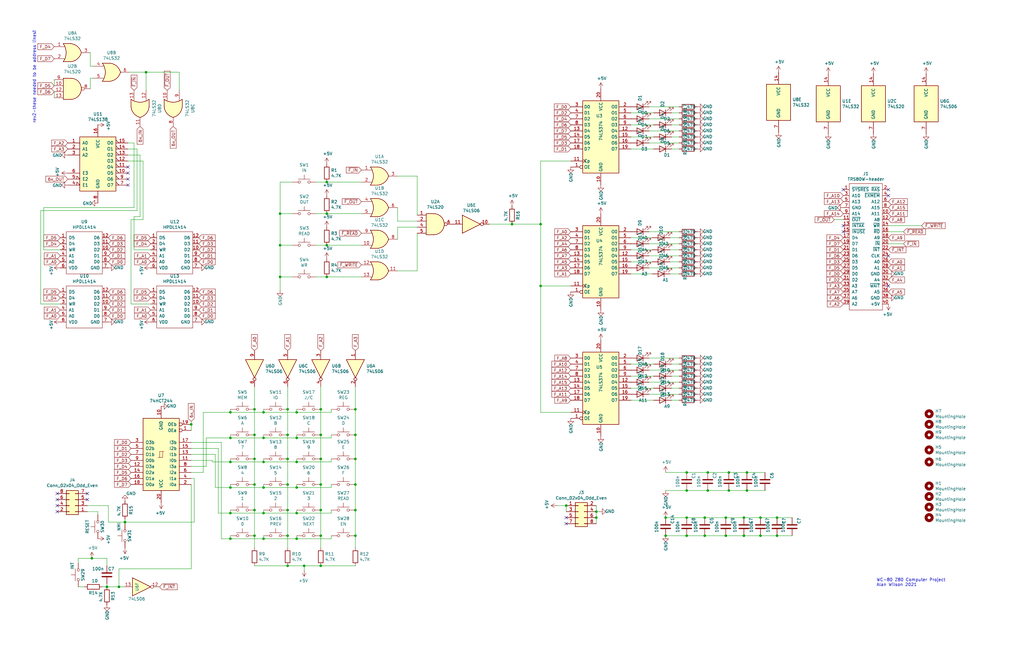
<source format=kicad_sch>
(kicad_sch (version 20211123) (generator eeschema)
  (paper "B")
  (lib_symbols
    (symbol "74xx:74LS06" (pin_names (offset 1.016))
      (property "Reference" "U" (at 0 1.27 0))
      (property "Value" "74LS06" (at 0 -1.27 0))
      (symbol "74LS06_1_0"
        (pin input line (at -7.62 0 0) (length 3.81) (name "~") (number "1"))
        (pin open_collector inverted (at 7.62 0 180) (length 3.81) (name "~") (number "2"))
      )
      (symbol "74LS06_2_0"
        (pin input line (at -7.62 0 0) (length 3.81) (name "~") (number "3"))
        (pin open_collector inverted (at 7.62 0 180) (length 3.81) (name "~") (number "4"))
      )
      (symbol "74LS06_3_0"
        (pin input line (at -7.62 0 0) (length 3.81) (name "~") (number "5"))
        (pin open_collector inverted (at 7.62 0 180) (length 3.81) (name "~") (number "6"))
      )
      (symbol "74LS06_4_0"
        (pin open_collector inverted (at 7.62 0 180) (length 3.81) (name "~") (number "8"))
        (pin input line (at -7.62 0 0) (length 3.81) (name "~") (number "9"))
      )
      (symbol "74LS06_5_0"
        (pin open_collector inverted (at 7.62 0 180) (length 3.81) (name "~") (number "10"))
        (pin input line (at -7.62 0 0) (length 3.81) (name "~") (number "11"))
      )
      (symbol "74LS06_6_0"
        (pin open_collector inverted (at 7.62 0 180) (length 3.81) (name "~") (number "12"))
        (pin input line (at -7.62 0 0) (length 3.81) (name "~") (number "13"))
      )
      (symbol "74LS06_7_0"
        (pin power_in line (at 0 12.7 270) (length 5.08) (name "VCC") (number "14"))
        (pin power_in line (at 0 -12.7 90) (length 5.08) (name "GND") (number "7"))
      )
    )
    (symbol "74xx:74LS138" (pin_names (offset 1.016))
      (property "Reference" "U" (at -7.62 11.43 0))
      (property "Value" "74LS138" (at -7.62 -13.97 0))
      (symbol "74LS138_1_0"
        (pin input line (at -12.7 7.62 0) (length 5.08) (name "A0") (number "1"))
        (pin output output_low (at 12.7 -5.08 180) (length 5.08) (name "O5") (number "10"))
        (pin output output_low (at 12.7 -2.54 180) (length 5.08) (name "O4") (number "11"))
        (pin output output_low (at 12.7 0 180) (length 5.08) (name "O3") (number "12"))
        (pin output output_low (at 12.7 2.54 180) (length 5.08) (name "O2") (number "13"))
        (pin output output_low (at 12.7 5.08 180) (length 5.08) (name "O1") (number "14"))
        (pin output output_low (at 12.7 7.62 180) (length 5.08) (name "O0") (number "15"))
        (pin power_in line (at 0 15.24 270) (length 5.08) (name "VCC") (number "16"))
        (pin input line (at -12.7 5.08 0) (length 5.08) (name "A1") (number "2"))
        (pin input line (at -12.7 2.54 0) (length 5.08) (name "A2") (number "3"))
        (pin input input_low (at -12.7 -10.16 0) (length 5.08) (name "E1") (number "4"))
        (pin input input_low (at -12.7 -7.62 0) (length 5.08) (name "E2") (number "5"))
        (pin input line (at -12.7 -5.08 0) (length 5.08) (name "E3") (number "6"))
        (pin output output_low (at 12.7 -10.16 180) (length 5.08) (name "O7") (number "7"))
        (pin power_in line (at 0 -17.78 90) (length 5.08) (name "GND") (number "8"))
        (pin output output_low (at 12.7 -7.62 180) (length 5.08) (name "O6") (number "9"))
      )
    )
    (symbol "74xx:74LS20" (pin_names (offset 1.016))
      (property "Reference" "U" (at 0 1.27 0))
      (property "Value" "74LS20" (at 0 -1.27 0))
      (symbol "74LS20_1_1"
        (pin input line (at -7.62 3.81 0) (length 3.81) (name "~") (number "1"))
        (pin input line (at -7.62 1.27 0) (length 3.81) (name "~") (number "2"))
        (pin input line (at -7.62 -1.27 0) (length 3.81) (name "~") (number "4"))
        (pin input line (at -7.62 -3.81 0) (length 3.81) (name "~") (number "5"))
        (pin output inverted (at 7.62 0 180) (length 3.81) (name "~") (number "6"))
      )
      (symbol "74LS20_1_2"
        (pin input inverted (at -7.62 3.81 0) (length 3.81) (name "~") (number "1"))
        (pin input inverted (at -7.62 1.27 0) (length 4.826) (name "~") (number "2"))
        (pin input inverted (at -7.62 -1.27 0) (length 4.826) (name "~") (number "4"))
        (pin input inverted (at -7.62 -3.81 0) (length 3.81) (name "~") (number "5"))
        (pin output line (at 7.62 0 180) (length 3.81) (name "~") (number "6"))
      )
      (symbol "74LS20_2_1"
        (pin input line (at -7.62 1.27 0) (length 3.81) (name "~") (number "10"))
        (pin input line (at -7.62 -1.27 0) (length 3.81) (name "~") (number "12"))
        (pin input line (at -7.62 -3.81 0) (length 3.81) (name "~") (number "13"))
        (pin output inverted (at 7.62 0 180) (length 3.81) (name "~") (number "8"))
        (pin input line (at -7.62 3.81 0) (length 3.81) (name "~") (number "9"))
      )
      (symbol "74LS20_2_2"
        (pin input inverted (at -7.62 1.27 0) (length 4.826) (name "~") (number "10"))
        (pin input inverted (at -7.62 -1.27 0) (length 4.826) (name "~") (number "12"))
        (pin input inverted (at -7.62 -3.81 0) (length 3.81) (name "~") (number "13"))
        (pin output line (at 7.62 0 180) (length 3.81) (name "~") (number "8"))
        (pin input inverted (at -7.62 3.81 0) (length 3.81) (name "~") (number "9"))
      )
      (symbol "74LS20_3_0"
        (pin power_in line (at 0 12.7 270) (length 5.08) (name "VCC") (number "14"))
        (pin power_in line (at 0 -12.7 90) (length 5.08) (name "GND") (number "7"))
      )
    )
    (symbol "74xx:74LS244" (pin_names (offset 1.016))
      (property "Reference" "U" (at -7.62 16.51 0))
      (property "Value" "74LS244" (at -7.62 -16.51 0))
      (symbol "74LS244_1_0"
        (pin input inverted (at -12.7 -10.16 0) (length 5.08) (name "OEa") (number "1"))
        (pin power_in line (at 0 -20.32 90) (length 5.08) (name "GND") (number "10"))
        (pin input line (at -12.7 2.54 0) (length 5.08) (name "I0b") (number "11"))
        (pin tri_state line (at 12.7 5.08 180) (length 5.08) (name "O3a") (number "12"))
        (pin input line (at -12.7 0 0) (length 5.08) (name "I1b") (number "13"))
        (pin tri_state line (at 12.7 7.62 180) (length 5.08) (name "O2a") (number "14"))
        (pin input line (at -12.7 -2.54 0) (length 5.08) (name "I2b") (number "15"))
        (pin tri_state line (at 12.7 10.16 180) (length 5.08) (name "O1a") (number "16"))
        (pin input line (at -12.7 -5.08 0) (length 5.08) (name "I3b") (number "17"))
        (pin tri_state line (at 12.7 12.7 180) (length 5.08) (name "O0a") (number "18"))
        (pin input inverted (at -12.7 -12.7 0) (length 5.08) (name "OEb") (number "19"))
        (pin input line (at -12.7 12.7 0) (length 5.08) (name "I0a") (number "2"))
        (pin power_in line (at 0 20.32 270) (length 5.08) (name "VCC") (number "20"))
        (pin tri_state line (at 12.7 -5.08 180) (length 5.08) (name "O3b") (number "3"))
        (pin input line (at -12.7 10.16 0) (length 5.08) (name "I1a") (number "4"))
        (pin tri_state line (at 12.7 -2.54 180) (length 5.08) (name "O2b") (number "5"))
        (pin input line (at -12.7 7.62 0) (length 5.08) (name "I2a") (number "6"))
        (pin tri_state line (at 12.7 0 180) (length 5.08) (name "O1b") (number "7"))
        (pin input line (at -12.7 5.08 0) (length 5.08) (name "I3a") (number "8"))
        (pin tri_state line (at 12.7 2.54 180) (length 5.08) (name "O0b") (number "9"))
      )
    )
    (symbol "74xx:74LS32" (pin_names (offset 1.016))
      (property "Reference" "U" (at 0 1.27 0))
      (property "Value" "74LS32" (at 0 -1.27 0))
      (symbol "74LS32_1_1"
        (pin input line (at -7.62 2.54 0) (length 4.318) (name "~") (number "1"))
        (pin input line (at -7.62 -2.54 0) (length 4.318) (name "~") (number "2"))
        (pin output line (at 7.62 0 180) (length 3.81) (name "~") (number "3"))
      )
      (symbol "74LS32_1_2"
        (pin input inverted (at -7.62 2.54 0) (length 3.81) (name "~") (number "1"))
        (pin input inverted (at -7.62 -2.54 0) (length 3.81) (name "~") (number "2"))
        (pin output inverted (at 7.62 0 180) (length 3.81) (name "~") (number "3"))
      )
      (symbol "74LS32_2_1"
        (pin input line (at -7.62 2.54 0) (length 4.318) (name "~") (number "4"))
        (pin input line (at -7.62 -2.54 0) (length 4.318) (name "~") (number "5"))
        (pin output line (at 7.62 0 180) (length 3.81) (name "~") (number "6"))
      )
      (symbol "74LS32_2_2"
        (pin input inverted (at -7.62 2.54 0) (length 3.81) (name "~") (number "4"))
        (pin input inverted (at -7.62 -2.54 0) (length 3.81) (name "~") (number "5"))
        (pin output inverted (at 7.62 0 180) (length 3.81) (name "~") (number "6"))
      )
      (symbol "74LS32_3_1"
        (pin input line (at -7.62 -2.54 0) (length 4.318) (name "~") (number "10"))
        (pin output line (at 7.62 0 180) (length 3.81) (name "~") (number "8"))
        (pin input line (at -7.62 2.54 0) (length 4.318) (name "~") (number "9"))
      )
      (symbol "74LS32_3_2"
        (pin input inverted (at -7.62 -2.54 0) (length 3.81) (name "~") (number "10"))
        (pin output inverted (at 7.62 0 180) (length 3.81) (name "~") (number "8"))
        (pin input inverted (at -7.62 2.54 0) (length 3.81) (name "~") (number "9"))
      )
      (symbol "74LS32_4_1"
        (pin output line (at 7.62 0 180) (length 3.81) (name "~") (number "11"))
        (pin input line (at -7.62 2.54 0) (length 4.318) (name "~") (number "12"))
        (pin input line (at -7.62 -2.54 0) (length 4.318) (name "~") (number "13"))
      )
      (symbol "74LS32_4_2"
        (pin output inverted (at 7.62 0 180) (length 3.81) (name "~") (number "11"))
        (pin input inverted (at -7.62 2.54 0) (length 3.81) (name "~") (number "12"))
        (pin input inverted (at -7.62 -2.54 0) (length 3.81) (name "~") (number "13"))
      )
      (symbol "74LS32_5_0"
        (pin power_in line (at 0 12.7 270) (length 5.08) (name "VCC") (number "14"))
        (pin power_in line (at 0 -12.7 90) (length 5.08) (name "GND") (number "7"))
      )
    )
    (symbol "74xx:74LS374"
      (property "Reference" "U" (at -7.62 16.51 0))
      (property "Value" "74LS374" (at -7.62 -16.51 0))
      (symbol "74LS374_1_0"
        (pin input inverted (at -12.7 -12.7 0) (length 5.08) (name "OE") (number "1"))
        (pin power_in line (at 0 -20.32 90) (length 5.08) (name "GND") (number "10"))
        (pin input clock (at -12.7 -10.16 0) (length 5.08) (name "Cp") (number "11"))
        (pin tri_state line (at 12.7 2.54 180) (length 5.08) (name "O4") (number "12"))
        (pin input line (at -12.7 2.54 0) (length 5.08) (name "D4") (number "13"))
        (pin input line (at -12.7 0 0) (length 5.08) (name "D5") (number "14"))
        (pin tri_state line (at 12.7 0 180) (length 5.08) (name "O5") (number "15"))
        (pin tri_state line (at 12.7 -2.54 180) (length 5.08) (name "O6") (number "16"))
        (pin input line (at -12.7 -2.54 0) (length 5.08) (name "D6") (number "17"))
        (pin input line (at -12.7 -5.08 0) (length 5.08) (name "D7") (number "18"))
        (pin tri_state line (at 12.7 -5.08 180) (length 5.08) (name "O7") (number "19"))
        (pin tri_state line (at 12.7 12.7 180) (length 5.08) (name "O0") (number "2"))
        (pin power_in line (at 0 20.32 270) (length 5.08) (name "VCC") (number "20"))
        (pin input line (at -12.7 12.7 0) (length 5.08) (name "D0") (number "3"))
        (pin input line (at -12.7 10.16 0) (length 5.08) (name "D1") (number "4"))
        (pin tri_state line (at 12.7 10.16 180) (length 5.08) (name "O1") (number "5"))
        (pin tri_state line (at 12.7 7.62 180) (length 5.08) (name "O2") (number "6"))
        (pin input line (at -12.7 7.62 0) (length 5.08) (name "D2") (number "7"))
        (pin input line (at -12.7 5.08 0) (length 5.08) (name "D3") (number "8"))
        (pin tri_state line (at 12.7 5.08 180) (length 5.08) (name "O3") (number "9"))
      )
    )
    (symbol "Connector_Generic:Conn_02x04_Odd_Even" (pin_names (offset 1.016) hide)
      (property "Reference" "J" (at 1.27 5.08 0))
      (property "Value" "Conn_02x04_Odd_Even" (at 1.27 -7.62 0))
      (symbol "Conn_02x04_Odd_Even_1_1"
        (pin passive line (at -5.08 2.54 0) (length 3.81) (name "Pin_1") (number "1"))
        (pin passive line (at 7.62 2.54 180) (length 3.81) (name "Pin_2") (number "2"))
        (pin passive line (at -5.08 0 0) (length 3.81) (name "Pin_3") (number "3"))
        (pin passive line (at 7.62 0 180) (length 3.81) (name "Pin_4") (number "4"))
        (pin passive line (at -5.08 -2.54 0) (length 3.81) (name "Pin_5") (number "5"))
        (pin passive line (at 7.62 -2.54 180) (length 3.81) (name "Pin_6") (number "6"))
        (pin passive line (at -5.08 -5.08 0) (length 3.81) (name "Pin_7") (number "7"))
        (pin passive line (at 7.62 -5.08 180) (length 3.81) (name "Pin_8") (number "8"))
      )
    )
    (symbol "Device:C" (pin_numbers hide) (pin_names (offset 0.254))
      (property "Reference" "C" (at 0.635 2.54 0))
      (property "Value" "C" (at 0.635 -2.54 0))
      (symbol "C_1_1"
        (pin passive line (at 0 3.81 270) (length 2.794) (name "~") (number "1"))
        (pin passive line (at 0 -3.81 90) (length 2.794) (name "~") (number "2"))
      )
    )
    (symbol "Device:LED" (pin_numbers hide) (pin_names (offset 1.016) hide)
      (property "Reference" "D" (at 0 2.54 0))
      (property "Value" "LED" (at 0 -2.54 0))
      (symbol "LED_1_1"
        (pin passive line (at -3.81 0 0) (length 2.54) (name "K") (number "1"))
        (pin passive line (at 3.81 0 180) (length 2.54) (name "A") (number "2"))
      )
    )
    (symbol "Device:R" (pin_numbers hide) (pin_names (offset 0))
      (property "Reference" "R" (at 2.032 0 90))
      (property "Value" "R" (at 0 0 90))
      (symbol "R_1_1"
        (pin passive line (at 0 3.81 270) (length 1.27) (name "~") (number "1"))
        (pin passive line (at 0 -3.81 90) (length 1.27) (name "~") (number "2"))
      )
    )
    (symbol "Mechanical:MountingHole" (pin_names (offset 1.016))
      (property "Reference" "H" (at 0 5.08 0))
      (property "Value" "MountingHole" (at 0 3.175 0))
    )
    (symbol "Switch:SW_Push" (pin_numbers hide) (pin_names (offset 1.016) hide)
      (property "Reference" "SW" (at 1.27 2.54 0))
      (property "Value" "SW_Push" (at 0 -1.524 0))
      (symbol "SW_Push_0_1"
        (pin passive line (at -5.08 0 0) (length 2.54) (name "1") (number "1"))
        (pin passive line (at 5.08 0 180) (length 2.54) (name "2") (number "2"))
      )
    )
    (symbol "power:+5V" (power) (pin_names (offset 0))
      (property "Value" "+5V" (at 0 3.556 0))
      (symbol "+5V_1_1"
        (pin power_in line (at 0 0 90) (length 0) hide (name "+5V") (number "1"))
      )
    )
    (symbol "power:GND" (power) (pin_names (offset 0))
      (property "Value" "GND" (at 0 -3.81 0))
      (symbol "GND_1_1"
        (pin power_in line (at 0 0 270) (length 0) hide (name "GND") (number "1"))
      )
    )
    (symbol "wilson-z80:HPDL1414" (pin_names (offset 1.016))
      (property "Reference" "U" (at 0 2.54 90))
      (property "Value" "HPDL1414" (at 0 -3.81 90))
      (symbol "HPDL1414_0_0"
        (pin input line (at -10.16 5.08 0) (length 2.54) (name "D5") (number "1"))
        (pin input line (at 10.16 0 180) (length 2.54) (name "D2") (number "10"))
        (pin input line (at 10.16 2.54 180) (length 2.54) (name "D3") (number "11"))
        (pin input line (at 10.16 5.08 180) (length 2.54) (name "D6") (number "12"))
        (pin input line (at -10.16 2.54 0) (length 2.54) (name "D4") (number "2"))
        (pin input line (at -10.16 0 0) (length 2.54) (name "WR") (number "3"))
        (pin input line (at -10.16 -2.54 0) (length 2.54) (name "A1") (number "4"))
        (pin input line (at -10.16 -5.08 0) (length 2.54) (name "A0") (number "5"))
        (pin power_in line (at -10.16 -7.62 0) (length 2.54) (name "VDD") (number "6"))
        (pin power_in line (at 10.16 -7.62 180) (length 2.54) (name "GND") (number "7"))
        (pin input line (at 10.16 -5.08 180) (length 2.54) (name "D0") (number "8"))
        (pin input line (at 10.16 -2.54 180) (length 2.54) (name "D1") (number "9"))
      )
    )
    (symbol "wilson-z80:TRS80W-header" (pin_names (offset 1.016))
      (property "Reference" "J" (at 0 -22.86 90))
      (property "Value" "TRS80W-header" (at 0 -6.35 90))
      (symbol "TRS80W-header_1_1"
        (pin passive line (at -8.89 22.86 0) (length 2.54) (name "~{SYSRES}") (number "1"))
        (pin passive line (at 10.16 12.7 180) (length 2.54) (name "A11") (number "10"))
        (pin passive line (at -8.89 10.16 0) (length 2.54) (name "~{OUT}") (number "11"))
        (pin passive line (at 10.16 10.16 180) (length 2.54) (name "A8") (number "12"))
        (pin passive line (at -8.89 7.62 0) (length 2.54) (name "~{INTAK}") (number "13"))
        (pin passive line (at 10.16 7.62 180) (length 2.54) (name "~{WR}") (number "14"))
        (pin passive line (at -8.89 5.08 0) (length 2.54) (name "~{INUSE}") (number "15"))
        (pin passive line (at 10.16 5.08 180) (length 2.54) (name "~{RD}") (number "16"))
        (pin passive line (at -8.89 2.54 0) (length 2.54) (name "D4") (number "17"))
        (pin passive line (at 10.16 2.54 180) (length 2.54) (name "A9") (number "18"))
        (pin passive line (at -8.89 0 0) (length 2.54) (name "D7") (number "19"))
        (pin passive line (at 10.16 22.86 180) (length 2.54) (name "~{RAS}") (number "2"))
        (pin passive line (at 10.16 0 180) (length 2.54) (name "~{IN}") (number "20"))
        (pin passive line (at -8.89 -2.54 0) (length 2.54) (name "D1") (number "21"))
        (pin passive line (at 10.16 -2.54 180) (length 2.54) (name "~{INT}") (number "22"))
        (pin passive line (at -8.89 -5.08 0) (length 2.54) (name "D6") (number "23"))
        (pin passive line (at 10.16 -5.08 180) (length 2.54) (name "CLK") (number "24"))
        (pin passive line (at -8.89 -7.62 0) (length 2.54) (name "D3") (number "25"))
        (pin passive line (at 10.16 -7.62 180) (length 2.54) (name "A0") (number "26"))
        (pin passive line (at -8.89 -10.16 0) (length 2.54) (name "D5") (number "27"))
        (pin passive line (at 10.16 -10.16 180) (length 2.54) (name "A1") (number "28"))
        (pin passive line (at -8.89 -12.7 0) (length 2.54) (name "D0") (number "29"))
        (pin passive line (at -8.89 20.32 0) (length 2.54) (name "A10") (number "3"))
        (pin passive line (at 10.16 -12.7 180) (length 2.54) (name "GND") (number "30"))
        (pin passive line (at -8.89 -15.24 0) (length 2.54) (name "D2") (number "31"))
        (pin passive line (at 10.16 -15.24 180) (length 2.54) (name "A4") (number "32"))
        (pin passive line (at -8.89 -17.78 0) (length 2.54) (name "A3") (number "33"))
        (pin passive line (at 10.16 -17.78 180) (length 2.54) (name "~{WAIT}") (number "34"))
        (pin passive line (at -8.89 -20.32 0) (length 2.54) (name "A7") (number "35"))
        (pin passive line (at 10.16 -20.32 180) (length 2.54) (name "A5") (number "36"))
        (pin passive line (at -8.89 -22.86 0) (length 2.54) (name "A6") (number "37"))
        (pin passive line (at 10.16 -22.86 180) (length 2.54) (name "GND") (number "38"))
        (pin passive line (at -8.89 -25.4 0) (length 2.54) (name "A2") (number "39"))
        (pin passive line (at 10.16 20.32 180) (length 2.54) (name "~{EXMEM}") (number "4"))
        (pin passive line (at 10.16 -25.4 180) (length 2.54) (name "+5V") (number "40"))
        (pin passive line (at -8.89 17.78 0) (length 2.54) (name "A13") (number "5"))
        (pin passive line (at 10.16 17.78 180) (length 2.54) (name "A12") (number "6"))
        (pin passive line (at -8.89 15.24 0) (length 2.54) (name "GND") (number "7"))
        (pin passive line (at 10.16 15.24 180) (length 2.54) (name "A15") (number "8"))
        (pin passive line (at -8.89 12.7 0) (length 2.54) (name "A14") (number "9"))
      )
    )
  )
  (junction (at 289.56 218.44))
  (junction (at 61.595 30.48))
  (junction (at 313.69 226.06))
  (junction (at 45.085 247.65))
  (junction (at 97.155 216.535))
  (junction (at 107.315 204.47))
  (junction (at 52.705 220.345))
  (junction (at 121.285 183.515))
  (junction (at 111.125 194.945))
  (junction (at 314.96 199.39))
  (junction (at 121.285 193.675))
  (junction (at 320.675 218.44))
  (junction (at 97.155 184.785))
  (junction (at 97.155 205.74))
  (junction (at 107.315 183.515))
  (junction (at 149.86 226.06))
  (junction (at 121.285 238.76))
  (junction (at 306.07 218.44))
  (junction (at 297.18 218.44))
  (junction (at 149.86 204.47))
  (junction (at 125.095 216.535))
  (junction (at 327.66 218.44))
  (junction (at 238.76 213.36))
  (junction (at 227.965 120.65))
  (junction (at 111.125 216.535))
  (junction (at 97.155 173.99))
  (junction (at 107.315 172.72))
  (junction (at 297.18 226.06))
  (junction (at 97.155 227.33))
  (junction (at 135.255 238.76))
  (junction (at 118.11 116.84))
  (junction (at 280.67 218.44))
  (junction (at 137.795 116.84))
  (junction (at 80.645 179.07))
  (junction (at 298.45 199.39))
  (junction (at 327.66 226.06))
  (junction (at 107.315 226.06))
  (junction (at 135.255 183.515))
  (junction (at 280.67 226.06))
  (junction (at 111.125 227.33))
  (junction (at 149.86 172.72))
  (junction (at 118.11 103.505))
  (junction (at 135.255 226.06))
  (junction (at 121.285 204.47))
  (junction (at 135.255 215.265))
  (junction (at 121.285 226.06))
  (junction (at 135.255 172.72))
  (junction (at 111.125 184.785))
  (junction (at 125.095 227.33))
  (junction (at 111.125 173.99))
  (junction (at 97.155 194.945))
  (junction (at 289.56 199.39))
  (junction (at 289.56 226.06))
  (junction (at 227.965 94.615))
  (junction (at 135.255 204.47))
  (junction (at 50.165 247.65))
  (junction (at 137.795 103.505))
  (junction (at 306.07 226.06))
  (junction (at 314.96 207.01))
  (junction (at 298.45 207.01))
  (junction (at 111.125 205.74))
  (junction (at 38.735 235.585))
  (junction (at 121.285 172.72))
  (junction (at 137.795 90.17))
  (junction (at 149.86 183.515))
  (junction (at 137.795 76.835))
  (junction (at 118.11 90.17))
  (junction (at 121.285 215.265))
  (junction (at 107.315 215.265))
  (junction (at 149.86 193.675))
  (junction (at 313.69 218.44))
  (junction (at 289.56 207.01))
  (junction (at 149.86 215.265))
  (junction (at 128.27 238.76))
  (junction (at 307.34 207.01))
  (junction (at 251.46 215.9))
  (junction (at 307.34 199.39))
  (junction (at 251.46 218.44))
  (junction (at 125.095 184.785))
  (junction (at 125.095 194.945))
  (junction (at 107.315 193.675))
  (junction (at 125.095 173.99))
  (junction (at 320.675 226.06))
  (junction (at 215.9 94.615))
  (junction (at 135.255 193.675))
  (junction (at 125.095 205.74))
  (no_connect (at 238.76 220.98))
  (no_connect (at 36.83 208.28))
  (no_connect (at 374.65 80.01))
  (no_connect (at 238.76 218.44))
  (no_connect (at 53.975 75.565))
  (no_connect (at 355.6 95.25))
  (no_connect (at 374.65 107.95))
  (no_connect (at 53.975 73.025))
  (no_connect (at 374.65 120.65))
  (no_connect (at 53.975 78.105))
  (no_connect (at 24.13 210.82))
  (no_connect (at 24.13 208.28))
  (no_connect (at 355.6 97.79))
  (no_connect (at 53.975 70.485))
  (no_connect (at 374.65 82.55))
  (no_connect (at 24.13 215.9))
  (no_connect (at 36.83 210.82))
  (no_connect (at 24.13 213.36))
  (no_connect (at 355.6 80.01))
  (wire (pts (xy 137.795 103.505) (xy 133.35 103.505)))
  (wire (pts (xy 282.575 110.49) (xy 286.385 110.49)))
  (wire (pts (xy 125.095 216.535) (xy 125.095 215.265)))
  (wire (pts (xy 89.535 194.945) (xy 89.535 194.31)))
  (wire (pts (xy 111.125 194.945) (xy 111.125 193.675)))
  (wire (pts (xy 139.7 172.72) (xy 139.7 173.99)))
  (wire (pts (xy 289.56 207.01) (xy 298.45 207.01)))
  (wire (pts (xy 90.805 191.77) (xy 90.805 205.74)))
  (wire (pts (xy 286.385 60.325) (xy 273.685 60.325)))
  (wire (pts (xy 215.9 94.615) (xy 227.965 94.615)))
  (wire (pts (xy 135.255 183.515) (xy 135.255 172.72)))
  (wire (pts (xy 167.64 74.295) (xy 175.895 74.295)))
  (wire (pts (xy 234.95 213.36) (xy 238.76 213.36)))
  (wire (pts (xy 97.155 173.99) (xy 85.725 173.99)))
  (wire (pts (xy 93.345 186.69) (xy 80.645 186.69)))
  (wire (pts (xy 90.805 191.77) (xy 80.645 191.77)))
  (wire (pts (xy 45.085 247.65) (xy 43.18 247.65)))
  (wire (pts (xy 135.255 226.06) (xy 135.255 215.265)))
  (wire (pts (xy 85.725 199.39) (xy 80.645 199.39)))
  (wire (pts (xy 135.255 163.195) (xy 135.255 172.72)))
  (wire (pts (xy 59.055 65.405) (xy 53.975 65.405)))
  (wire (pts (xy 121.285 215.265) (xy 121.285 204.47)))
  (wire (pts (xy 283.21 62.865) (xy 286.385 62.865)))
  (wire (pts (xy 206.375 94.615) (xy 215.9 94.615)))
  (wire (pts (xy 56.515 91.44) (xy 59.055 91.44)))
  (wire (pts (xy 123.19 90.17) (xy 118.11 90.17)))
  (wire (pts (xy 80.645 177.8) (xy 80.645 179.07)))
  (wire (pts (xy 149.86 172.72) (xy 149.86 163.195)))
  (wire (pts (xy 128.27 240.665) (xy 128.27 238.76)))
  (wire (pts (xy 111.125 172.72) (xy 111.125 173.99)))
  (wire (pts (xy 139.7 227.33) (xy 139.7 226.06)))
  (wire (pts (xy 36.83 213.36) (xy 45.72 213.36)))
  (wire (pts (xy 152.4 103.505) (xy 137.795 103.505)))
  (wire (pts (xy 97.155 216.535) (xy 111.125 216.535)))
  (wire (pts (xy 22.86 36.195) (xy 22.86 33.655)))
  (wire (pts (xy 139.7 184.785) (xy 139.7 183.515)))
  (wire (pts (xy 289.56 199.39) (xy 280.67 199.39)))
  (wire (pts (xy 121.285 172.72) (xy 121.285 163.195)))
  (wire (pts (xy 273.685 55.245) (xy 286.385 55.245)))
  (wire (pts (xy 149.86 183.515) (xy 149.86 172.72)))
  (wire (pts (xy 56.515 60.325) (xy 53.975 60.325)))
  (wire (pts (xy 55.245 92.71) (xy 60.325 92.71)))
  (wire (pts (xy 152.4 76.835) (xy 137.795 76.835)))
  (wire (pts (xy 45.72 220.345) (xy 52.705 220.345)))
  (wire (pts (xy 97.155 227.33) (xy 93.345 227.33)))
  (wire (pts (xy 139.7 216.535) (xy 139.7 215.265)))
  (wire (pts (xy 286.385 151.13) (xy 273.685 151.13)))
  (wire (pts (xy 327.66 226.06) (xy 320.675 226.06)))
  (wire (pts (xy 374.65 97.79) (xy 381 97.79)))
  (wire (pts (xy 137.795 76.835) (xy 133.35 76.835)))
  (wire (pts (xy 97.155 226.06) (xy 97.155 227.33)))
  (wire (pts (xy 167.64 95.885) (xy 175.895 95.885)))
  (wire (pts (xy 111.125 205.74) (xy 125.095 205.74)))
  (wire (pts (xy 41.275 215.9) (xy 41.275 217.17)))
  (wire (pts (xy 149.86 231.14) (xy 149.86 226.06)))
  (wire (pts (xy 75.565 30.48) (xy 75.565 38.1)))
  (wire (pts (xy 297.18 218.44) (xy 306.07 218.44)))
  (wire (pts (xy 97.155 205.74) (xy 90.805 205.74)))
  (wire (pts (xy 38.1 37.465) (xy 38.1 33.02)))
  (wire (pts (xy 125.095 227.33) (xy 125.095 226.06)))
  (wire (pts (xy 97.155 216.535) (xy 92.075 216.535)))
  (wire (pts (xy 81.915 220.345) (xy 81.915 201.93)))
  (wire (pts (xy 286.385 107.95) (xy 273.685 107.95)))
  (wire (pts (xy 111.125 216.535) (xy 125.095 216.535)))
  (wire (pts (xy 97.155 194.945) (xy 89.535 194.945)))
  (wire (pts (xy 135.255 238.76) (xy 149.86 238.76)))
  (wire (pts (xy 320.675 218.44) (xy 313.69 218.44)))
  (wire (pts (xy 289.56 218.44) (xy 297.18 218.44)))
  (wire (pts (xy 283.21 153.67) (xy 286.385 153.67)))
  (wire (pts (xy 125.095 194.945) (xy 125.095 193.675)))
  (wire (pts (xy 274.955 100.33) (xy 266.065 100.33)))
  (wire (pts (xy 118.11 116.84) (xy 123.19 116.84)))
  (wire (pts (xy 92.075 189.23) (xy 80.645 189.23)))
  (wire (pts (xy 25.4 105.41) (xy 18.415 105.41)))
  (wire (pts (xy 52.705 220.345) (xy 81.915 220.345)))
  (wire (pts (xy 286.385 57.785) (xy 283.21 57.785)))
  (wire (pts (xy 227.965 173.99) (xy 227.965 120.65)))
  (wire (pts (xy 107.315 231.14) (xy 107.315 226.06)))
  (wire (pts (xy 313.69 218.44) (xy 306.07 218.44)))
  (wire (pts (xy 60.325 92.71) (xy 60.325 67.945)))
  (wire (pts (xy 327.66 218.44) (xy 320.675 218.44)))
  (wire (pts (xy 298.45 199.39) (xy 307.34 199.39)))
  (wire (pts (xy 227.965 120.65) (xy 240.665 120.65)))
  (wire (pts (xy 280.67 226.06) (xy 289.56 226.06)))
  (wire (pts (xy 18.415 87.63) (xy 56.515 87.63)))
  (wire (pts (xy 286.385 113.03) (xy 273.685 113.03)))
  (wire (pts (xy 135.255 204.47) (xy 135.255 193.675)))
  (wire (pts (xy 289.56 226.06) (xy 297.18 226.06)))
  (wire (pts (xy 38.735 235.585) (xy 33.02 235.585)))
  (wire (pts (xy 149.86 204.47) (xy 149.86 193.675)))
  (wire (pts (xy 54.61 30.48) (xy 61.595 30.48)))
  (wire (pts (xy 86.995 184.785) (xy 86.995 196.85)))
  (wire (pts (xy 149.86 193.675) (xy 149.86 183.515)))
  (wire (pts (xy 123.19 76.835) (xy 118.11 76.835)))
  (wire (pts (xy 238.76 215.9) (xy 238.76 213.36)))
  (wire (pts (xy 139.7 173.99) (xy 125.095 173.99)))
  (wire (pts (xy 275.59 163.83) (xy 266.065 163.83)))
  (wire (pts (xy 307.34 207.01) (xy 314.96 207.01)))
  (wire (pts (xy 286.385 50.165) (xy 273.685 50.165)))
  (wire (pts (xy 22.86 41.275) (xy 22.86 38.735)))
  (wire (pts (xy 52.705 220.98) (xy 52.705 220.345)))
  (wire (pts (xy 322.58 207.01) (xy 314.96 207.01)))
  (wire (pts (xy 139.7 194.945) (xy 125.095 194.945)))
  (wire (pts (xy 61.595 30.48) (xy 61.595 38.1)))
  (wire (pts (xy 149.86 215.265) (xy 149.86 204.47)))
  (wire (pts (xy 334.01 226.06) (xy 327.66 226.06)))
  (wire (pts (xy 286.385 97.79) (xy 273.685 97.79)))
  (wire (pts (xy 286.385 161.29) (xy 273.685 161.29)))
  (wire (pts (xy 55.245 128.27) (xy 55.245 92.71)))
  (wire (pts (xy 107.315 183.515) (xy 107.315 172.72)))
  (wire (pts (xy 139.7 193.675) (xy 139.7 194.945)))
  (wire (pts (xy 314.96 199.39) (xy 307.34 199.39)))
  (wire (pts (xy 251.46 218.44) (xy 251.46 220.98)))
  (wire (pts (xy 274.955 115.57) (xy 266.065 115.57)))
  (wire (pts (xy 275.59 158.75) (xy 266.065 158.75)))
  (wire (pts (xy 25.4 128.27) (xy 17.145 128.27)))
  (wire (pts (xy 275.59 52.705) (xy 266.065 52.705)))
  (wire (pts (xy 227.965 94.615) (xy 227.965 67.945)))
  (wire (pts (xy 388.62 95.25) (xy 374.65 95.25)))
  (wire (pts (xy 175.895 114.3) (xy 175.895 98.425)))
  (wire (pts (xy 50.165 240.03) (xy 50.165 247.65)))
  (wire (pts (xy 320.675 226.06) (xy 313.69 226.06)))
  (wire (pts (xy 167.64 93.345) (xy 175.895 93.345)))
  (wire (pts (xy 107.315 226.06) (xy 107.315 215.265)))
  (wire (pts (xy 167.64 114.3) (xy 175.895 114.3)))
  (wire (pts (xy 125.095 194.945) (xy 111.125 194.945)))
  (wire (pts (xy 85.725 173.99) (xy 85.725 199.39)))
  (wire (pts (xy 334.01 218.44) (xy 327.66 218.44)))
  (wire (pts (xy 61.595 30.48) (xy 75.565 30.48)))
  (wire (pts (xy 125.095 205.74) (xy 139.7 205.74)))
  (wire (pts (xy 50.165 247.65) (xy 52.07 247.65)))
  (wire (pts (xy 33.02 247.65) (xy 35.56 247.65)))
  (wire (pts (xy 111.125 194.945) (xy 97.155 194.945)))
  (wire (pts (xy 227.965 67.945) (xy 240.665 67.945)))
  (wire (pts (xy 118.11 122.555) (xy 118.11 116.84)))
  (wire (pts (xy 275.59 57.785) (xy 266.065 57.785)))
  (wire (pts (xy 283.21 163.83) (xy 286.385 163.83)))
  (wire (pts (xy 63.5 128.27) (xy 55.245 128.27)))
  (wire (pts (xy 97.155 205.74) (xy 111.125 205.74)))
  (wire (pts (xy 273.685 102.87) (xy 286.385 102.87)))
  (wire (pts (xy 283.21 168.91) (xy 286.385 168.91)))
  (wire (pts (xy 123.19 103.505) (xy 118.11 103.505)))
  (wire (pts (xy 38.1 22.225) (xy 38.1 27.94)))
  (wire (pts (xy 135.255 193.675) (xy 135.255 183.515)))
  (wire (pts (xy 128.27 238.76) (xy 135.255 238.76)))
  (wire (pts (xy 111.125 216.535) (xy 111.125 215.265)))
  (wire (pts (xy 38.1 27.94) (xy 39.37 27.94)))
  (wire (pts (xy 298.45 207.01) (xy 307.34 207.01)))
  (wire (pts (xy 374.65 102.87) (xy 381 102.87)))
  (wire (pts (xy 97.155 194.945) (xy 97.155 193.675)))
  (wire (pts (xy 251.46 213.36) (xy 251.46 215.9)))
  (wire (pts (xy 18.415 105.41) (xy 18.415 87.63)))
  (wire (pts (xy 275.59 168.91) (xy 266.065 168.91)))
  (wire (pts (xy 52.705 220.345) (xy 52.705 219.075)))
  (wire (pts (xy 118.11 103.505) (xy 118.11 116.84)))
  (wire (pts (xy 121.285 238.76) (xy 128.27 238.76)))
  (wire (pts (xy 135.255 231.14) (xy 135.255 226.06)))
  (wire (pts (xy 125.095 227.33) (xy 139.7 227.33)))
  (wire (pts (xy 60.325 67.945) (xy 53.975 67.945)))
  (wire (pts (xy 59.055 91.44) (xy 59.055 65.405)))
  (wire (pts (xy 280.67 207.01) (xy 289.56 207.01)))
  (wire (pts (xy 118.11 90.17) (xy 118.11 103.505)))
  (wire (pts (xy 121.285 204.47) (xy 121.285 193.675)))
  (wire (pts (xy 125.095 173.99) (xy 111.125 173.99)))
  (wire (pts (xy 125.095 172.72) (xy 125.095 173.99)))
  (wire (pts (xy 121.285 231.14) (xy 121.285 226.06)))
  (wire (pts (xy 111.125 184.785) (xy 111.125 183.515)))
  (wire (pts (xy 33.02 235.585) (xy 33.02 237.49)))
  (wire (pts (xy 57.785 88.9) (xy 57.785 62.865)))
  (wire (pts (xy 121.285 193.675) (xy 121.285 183.515)))
  (wire (pts (xy 298.45 199.39) (xy 289.56 199.39)))
  (wire (pts (xy 111.125 184.785) (xy 125.095 184.785)))
  (wire (pts (xy 111.125 227.33) (xy 111.125 226.06)))
  (wire (pts (xy 36.83 215.9) (xy 41.275 215.9)))
  (wire (pts (xy 111.125 173.99) (xy 97.155 173.99)))
  (wire (pts (xy 80.645 240.03) (xy 50.165 240.03)))
  (wire (pts (xy 97.155 184.785) (xy 86.995 184.785)))
  (wire (pts (xy 133.35 90.17) (xy 137.795 90.17)))
  (wire (pts (xy 227.965 120.65) (xy 227.965 94.615)))
  (wire (pts (xy 97.155 227.33) (xy 111.125 227.33)))
  (wire (pts (xy 97.155 173.99) (xy 97.155 172.72)))
  (wire (pts (xy 111.125 205.74) (xy 111.125 204.47)))
  (wire (pts (xy 80.645 181.61) (xy 80.645 179.07)))
  (wire (pts (xy 297.18 226.06) (xy 306.07 226.06)))
  (wire (pts (xy 282.575 115.57) (xy 286.385 115.57)))
  (wire (pts (xy 107.315 172.72) (xy 107.315 163.195)))
  (wire (pts (xy 92.075 216.535) (xy 92.075 189.23)))
  (wire (pts (xy 63.5 105.41) (xy 56.515 105.41)))
  (wire (pts (xy 107.315 215.265) (xy 107.315 204.47)))
  (wire (pts (xy 93.345 227.33) (xy 93.345 186.69)))
  (wire (pts (xy 125.095 216.535) (xy 139.7 216.535)))
  (wire (pts (xy 274.955 110.49) (xy 266.065 110.49)))
  (wire (pts (xy 17.145 128.27) (xy 17.145 88.9)))
  (wire (pts (xy 89.535 194.31) (xy 80.645 194.31)))
  (wire (pts (xy 137.795 90.17) (xy 152.4 90.17)))
  (wire (pts (xy 107.315 204.47) (xy 107.315 193.675)))
  (wire (pts (xy 45.085 247.65) (xy 50.165 247.65)))
  (wire (pts (xy 97.155 204.47) (xy 97.155 205.74)))
  (wire (pts (xy 125.095 184.785) (xy 139.7 184.785)))
  (wire (pts (xy 137.795 116.84) (xy 152.4 116.84)))
  (wire (pts (xy 111.125 227.33) (xy 125.095 227.33)))
  (wire (pts (xy 125.095 184.785) (xy 125.095 183.515)))
  (wire (pts (xy 80.645 204.47) (xy 80.645 240.03)))
  (wire (pts (xy 97.155 183.515) (xy 97.155 184.785)))
  (wire (pts (xy 56.515 87.63) (xy 56.515 60.325)))
  (wire (pts (xy 283.21 158.75) (xy 286.385 158.75)))
  (wire (pts (xy 275.59 62.865) (xy 266.065 62.865)))
  (wire (pts (xy 274.955 105.41) (xy 266.065 105.41)))
  (wire (pts (xy 251.46 215.9) (xy 251.46 218.44)))
  (wire (pts (xy 149.86 226.06) (xy 149.86 215.265)))
  (wire (pts (xy 322.58 199.39) (xy 314.96 199.39)))
  (wire (pts (xy 266.065 47.625) (xy 275.59 47.625)))
  (wire (pts (xy 125.095 205.74) (xy 125.095 204.47)))
  (wire (pts (xy 81.915 201.93) (xy 80.645 201.93)))
  (wire (pts (xy 97.155 184.785) (xy 111.125 184.785)))
  (wire (pts (xy 167.64 93.345) (xy 167.64 87.63)))
  (wire (pts (xy 107.315 238.76) (xy 121.285 238.76)))
  (wire (pts (xy 139.7 205.74) (xy 139.7 204.47)))
  (wire (pts (xy 240.665 173.99) (xy 227.965 173.99)))
  (wire (pts (xy 17.145 88.9) (xy 57.785 88.9)))
  (wire (pts (xy 282.575 105.41) (xy 286.385 105.41)))
  (wire (pts (xy 121.285 215.265) (xy 121.285 226.06)))
  (wire (pts (xy 283.21 47.625) (xy 286.385 47.625)))
  (wire (pts (xy 167.64 95.885) (xy 167.64 100.965)))
  (wire (pts (xy 38.1 33.02) (xy 39.37 33.02)))
  (wire (pts (xy 175.895 74.295) (xy 175.895 90.805)))
  (wire (pts (xy 45.72 213.36) (xy 45.72 220.345)))
  (wire (pts (xy 107.315 193.675) (xy 107.315 183.515)))
  (wire (pts (xy 275.59 153.67) (xy 266.065 153.67)))
  (wire (pts (xy 351.79 92.71) (xy 355.6 92.71)))
  (wire (pts (xy 45.085 235.585) (xy 38.735 235.585)))
  (wire (pts (xy 286.385 156.21) (xy 273.685 156.21)))
  (wire (pts (xy 135.255 215.265) (xy 135.255 204.47)))
  (wire (pts (xy 45.085 238.76) (xy 45.085 235.585)))
  (wire (pts (xy 252.73 215.9) (xy 251.46 215.9)))
  (wire (pts (xy 133.35 116.84) (xy 137.795 116.84)))
  (wire (pts (xy 286.385 45.085) (xy 273.685 45.085)))
  (wire (pts (xy 280.67 218.44) (xy 289.56 218.44)))
  (wire (pts (xy 97.155 215.265) (xy 97.155 216.535)))
  (wire (pts (xy 286.385 166.37) (xy 273.685 166.37)))
  (wire (pts (xy 86.995 196.85) (xy 80.645 196.85)))
  (wire (pts (xy 313.69 226.06) (xy 306.07 226.06)))
  (wire (pts (xy 282.575 100.33) (xy 286.385 100.33)))
  (wire (pts (xy 121.285 183.515) (xy 121.285 172.72)))
  (wire (pts (xy 118.11 76.835) (xy 118.11 90.17)))
  (wire (pts (xy 45.085 246.38) (xy 45.085 247.65)))
  (wire (pts (xy 56.515 105.41) (xy 56.515 91.44)))
  (wire (pts (xy 57.785 62.865) (xy 53.975 62.865)))
  (wire (pts (xy 283.21 52.705) (xy 286.385 52.705)))
  (text "WC-80 Z80 Computer Project\nAlan Wilson 2021" (at 369.57 247.65 0) (effects (font (size 1.27 1.27)) (justify left bottom)))
  (text "rev2-these needed to be address lines!" (at 15.24 52.07 90) (effects (font (size 1.27 1.27)) (justify left bottom)))
  (global_label "F_A4" (shape input) (at 240.665 102.87 180) (property "Intersheet References" "${INTERSHEET_REFS}" (effects hide)))
  (global_label "F_D7" (shape input) (at 355.6 102.87 180) (property "Intersheet References" "${INTERSHEET_REFS}" (effects hide)))
  (global_label "F_D4" (shape input) (at 63.5 125.73 180) (property "Intersheet References" "${INTERSHEET_REFS}" (effects hide)))
  (global_label "F_D3" (shape input) (at 83.82 102.87 0) (property "Intersheet References" "${INTERSHEET_REFS}" (effects hide)))
  (global_label "F_A13" (shape input) (at 240.665 163.83 180) (property "Intersheet References" "${INTERSHEET_REFS}" (effects hide)))
  (global_label "F_D2" (shape input) (at 83.82 105.41 0) (property "Intersheet References" "${INTERSHEET_REFS}" (effects hide)))
  (global_label "F_A0" (shape input) (at 107.315 147.955 90) (property "Intersheet References" "${INTERSHEET_REFS}" (effects hide)))
  (global_label "F_A4" (shape input) (at 374.65 118.11 0) (property "Intersheet References" "${INTERSHEET_REFS}" (effects hide)))
  (global_label "F_D7" (shape input) (at 55.245 204.47 180) (property "Intersheet References" "${INTERSHEET_REFS}" (effects hide)))
  (global_label "F_D3" (shape input) (at 55.245 194.31 180) (property "Intersheet References" "${INTERSHEET_REFS}" (effects hide)))
  (global_label "~{F_WRITE}" (shape input) (at 388.62 95.25 0) (property "Intersheet References" "${INTERSHEET_REFS}" (effects hide)))
  (global_label "F_A0" (shape input) (at 240.665 97.79 180) (property "Intersheet References" "${INTERSHEET_REFS}" (effects hide)))
  (global_label "~{F_INT}" (shape input) (at 374.65 105.41 0) (property "Intersheet References" "${INTERSHEET_REFS}" (effects hide)))
  (global_label "F_D0" (shape input) (at 355.6 115.57 180) (property "Intersheet References" "${INTERSHEET_REFS}" (effects hide)))
  (global_label "F_A1" (shape input) (at 121.285 147.955 90) (property "Intersheet References" "${INTERSHEET_REFS}" (effects hide)))
  (global_label "F_D0" (shape input) (at 45.72 133.35 0) (property "Intersheet References" "${INTERSHEET_REFS}" (effects hide)))
  (global_label "F_A9" (shape input) (at 240.665 168.91 180) (property "Intersheet References" "${INTERSHEET_REFS}" (effects hide)))
  (global_label "F_D5" (shape input) (at 355.6 113.03 180) (property "Intersheet References" "${INTERSHEET_REFS}" (effects hide)))
  (global_label "F_D0" (shape input) (at 240.665 45.085 180) (property "Intersheet References" "${INTERSHEET_REFS}" (effects hide)))
  (global_label "F_D4" (shape input) (at 355.6 100.33 180) (property "Intersheet References" "${INTERSHEET_REFS}" (effects hide)))
  (global_label "F_A11" (shape input) (at 240.665 166.37 180) (property "Intersheet References" "${INTERSHEET_REFS}" (effects hide)))
  (global_label "F_A2" (shape input) (at 355.6 128.27 180) (property "Intersheet References" "${INTERSHEET_REFS}" (effects hide)))
  (global_label "F_D1" (shape input) (at 83.82 130.81 0) (property "Intersheet References" "${INTERSHEET_REFS}" (effects hide)))
  (global_label "F_A14" (shape input) (at 355.6 90.17 180) (property "Intersheet References" "${INTERSHEET_REFS}" (effects hide)))
  (global_label "F_D6" (shape input) (at 45.72 100.33 0) (property "Intersheet References" "${INTERSHEET_REFS}" (effects hide)))
  (global_label "F_D5" (shape input) (at 55.245 199.39 180) (property "Intersheet References" "${INTERSHEET_REFS}" (effects hide)))
  (global_label "F_A0" (shape input) (at 25.4 133.35 180) (property "Intersheet References" "${INTERSHEET_REFS}" (effects hide)))
  (global_label "F_D4" (shape input) (at 22.86 19.685 180) (property "Intersheet References" "${INTERSHEET_REFS}" (effects hide)))
  (global_label "F_D3" (shape input) (at 45.72 102.87 0) (property "Intersheet References" "${INTERSHEET_REFS}" (effects hide)))
  (global_label "F_A15" (shape input) (at 240.665 161.29 180) (property "Intersheet References" "${INTERSHEET_REFS}" (effects hide)))
  (global_label "F_A12" (shape input) (at 374.65 85.09 0) (property "Intersheet References" "${INTERSHEET_REFS}" (effects hide)))
  (global_label "~{F_IN}" (shape input) (at 56.515 38.1 90) (property "Intersheet References" "${INTERSHEET_REFS}" (effects hide)))
  (global_label "F_D6" (shape input) (at 355.6 107.95 180) (property "Intersheet References" "${INTERSHEET_REFS}" (effects hide)))
  (global_label "F_D6" (shape input) (at 83.82 123.19 0) (property "Intersheet References" "${INTERSHEET_REFS}" (effects hide)))
  (global_label "F_D6" (shape input) (at 240.665 52.705 180) (property "Intersheet References" "${INTERSHEET_REFS}" (effects hide)))
  (global_label "F_D6" (shape input) (at 45.72 123.19 0) (property "Intersheet References" "${INTERSHEET_REFS}" (effects hide)))
  (global_label "F_D5" (shape input) (at 25.4 100.33 180) (property "Intersheet References" "${INTERSHEET_REFS}" (effects hide)))
  (global_label "F_D2" (shape input) (at 55.245 191.77 180) (property "Intersheet References" "${INTERSHEET_REFS}" (effects hide)))
  (global_label "F_D0" (shape input) (at 83.82 110.49 0) (property "Intersheet References" "${INTERSHEET_REFS}" (effects hide)))
  (global_label "F_D4" (shape input) (at 240.665 50.165 180) (property "Intersheet References" "${INTERSHEET_REFS}" (effects hide)))
  (global_label "F_A13" (shape input) (at 355.6 85.09 180) (property "Intersheet References" "${INTERSHEET_REFS}" (effects hide)))
  (global_label "F_D5" (shape input) (at 22.86 36.195 180) (property "Intersheet References" "${INTERSHEET_REFS}" (effects hide)))
  (global_label "F_D3" (shape input) (at 83.82 125.73 0) (property "Intersheet References" "${INTERSHEET_REFS}" (effects hide)))
  (global_label "~{F_READ}" (shape input) (at 381 97.79 0) (property "Intersheet References" "${INTERSHEET_REFS}" (effects hide)))
  (global_label "F_D4" (shape input) (at 25.4 102.87 180) (property "Intersheet References" "${INTERSHEET_REFS}" (effects hide)))
  (global_label "F_D4" (shape input) (at 25.4 125.73 180) (property "Intersheet References" "${INTERSHEET_REFS}" (effects hide)))
  (global_label "F_A1" (shape input) (at 63.5 107.95 180) (property "Intersheet References" "${INTERSHEET_REFS}" (effects hide)))
  (global_label "F_D5" (shape input) (at 63.5 100.33 180) (property "Intersheet References" "${INTERSHEET_REFS}" (effects hide)))
  (global_label "6x_IN" (shape input) (at 80.645 177.8 90) (property "Intersheet References" "${INTERSHEET_REFS}" (effects hide)))
  (global_label "F_A3" (shape input) (at 28.575 62.865 180) (property "Intersheet References" "${INTERSHEET_REFS}" (effects hide)))
  (global_label "F_A8" (shape input) (at 374.65 92.71 0) (property "Intersheet References" "${INTERSHEET_REFS}" (effects hide)))
  (global_label "F_A9" (shape input) (at 374.65 100.33 0) (property "Intersheet References" "${INTERSHEET_REFS}" (effects hide)))
  (global_label "~{F_OUT}" (shape input) (at 351.79 92.71 180) (property "Intersheet References" "${INTERSHEET_REFS}" (effects hide)))
  (global_label "F_D0" (shape input) (at 83.82 133.35 0) (property "Intersheet References" "${INTERSHEET_REFS}" (effects hide)))
  (global_label "F_A11" (shape input) (at 374.65 90.17 0) (property "Intersheet References" "${INTERSHEET_REFS}" (effects hide)))
  (global_label "F_A10" (shape input) (at 355.6 82.55 180) (property "Intersheet References" "${INTERSHEET_REFS}" (effects hide)))
  (global_label "F_D1" (shape input) (at 45.72 130.81 0) (property "Intersheet References" "${INTERSHEET_REFS}" (effects hide)))
  (global_label "~{F_OUT}" (shape input) (at 70.485 38.1 90) (property "Intersheet References" "${INTERSHEET_REFS}" (effects hide)))
  (global_label "F_D5" (shape input) (at 63.5 123.19 180) (property "Intersheet References" "${INTERSHEET_REFS}" (effects hide)))
  (global_label "~{F_WRITE}" (shape input) (at 152.4 111.76 180) (property "Intersheet References" "${INTERSHEET_REFS}" (effects hide)))
  (global_label "F_A2" (shape input) (at 28.575 60.325 180) (property "Intersheet References" "${INTERSHEET_REFS}" (effects hide)))
  (global_label "F_A3" (shape input) (at 149.86 147.955 90) (property "Intersheet References" "${INTERSHEET_REFS}" (effects hide)))
  (global_label "F_A0" (shape input) (at 63.5 133.35 180) (property "Intersheet References" "${INTERSHEET_REFS}" (effects hide)))
  (global_label "~{F_INT}" (shape input) (at 67.31 247.65 0) (property "Intersheet References" "${INTERSHEET_REFS}" (effects hide)))
  (global_label "F_D4" (shape input) (at 63.5 102.87 180) (property "Intersheet References" "${INTERSHEET_REFS}" (effects hide)))
  (global_label "F_A1" (shape input) (at 63.5 130.81 180) (property "Intersheet References" "${INTERSHEET_REFS}" (effects hide)))
  (global_label "F_A7" (shape input) (at 355.6 123.19 180) (property "Intersheet References" "${INTERSHEET_REFS}" (effects hide)))
  (global_label "F_A2" (shape input) (at 240.665 100.33 180) (property "Intersheet References" "${INTERSHEET_REFS}" (effects hide)))
  (global_label "F_D4" (shape input) (at 55.245 196.85 180) (property "Intersheet References" "${INTERSHEET_REFS}" (effects hide)))
  (global_label "F_D6" (shape input) (at 22.86 38.735 180) (property "Intersheet References" "${INTERSHEET_REFS}" (effects hide)))
  (global_label "F_A15" (shape input) (at 374.65 87.63 0) (property "Intersheet References" "${INTERSHEET_REFS}" (effects hide)))
  (global_label "F_D2" (shape input) (at 83.82 128.27 0) (property "Intersheet References" "${INTERSHEET_REFS}" (effects hide)))
  (global_label "F_D2" (shape input) (at 45.72 128.27 0) (property "Intersheet References" "${INTERSHEET_REFS}" (effects hide)))
  (global_label "F_D7" (shape input) (at 22.86 24.765 180) (property "Intersheet References" "${INTERSHEET_REFS}" (effects hide)))
  (global_label "F_D3" (shape input) (at 45.72 125.73 0) (property "Intersheet References" "${INTERSHEET_REFS}" (effects hide)))
  (global_label "F_D0" (shape input) (at 45.72 110.49 0) (property "Intersheet References" "${INTERSHEET_REFS}" (effects hide)))
  (global_label "F_D2" (shape input) (at 45.72 105.41 0) (property "Intersheet References" "${INTERSHEET_REFS}" (effects hide)))
  (global_label "F_A10" (shape input) (at 240.665 153.67 180) (property "Intersheet References" "${INTERSHEET_REFS}" (effects hide)))
  (global_label "F_D3" (shape input) (at 355.6 110.49 180) (property "Intersheet References" "${INTERSHEET_REFS}" (effects hide)))
  (global_label "F_D6" (shape input) (at 83.82 100.33 0) (property "Intersheet References" "${INTERSHEET_REFS}" (effects hide)))
  (global_label "F_A3" (shape input) (at 240.665 113.03 180) (property "Intersheet References" "${INTERSHEET_REFS}" (effects hide)))
  (global_label "~{F_IN}" (shape input) (at 381 102.87 0) (property "Intersheet References" "${INTERSHEET_REFS}" (effects hide)))
  (global_label "F_D5" (shape input) (at 240.665 57.785 180) (property "Intersheet References" "${INTERSHEET_REFS}" (effects hide)))
  (global_label "F_D5" (shape input) (at 25.4 123.19 180) (property "Intersheet References" "${INTERSHEET_REFS}" (effects hide)))
  (global_label "6x_IN" (shape input) (at 59.055 53.34 270) (property "Intersheet References" "${INTERSHEET_REFS}" (effects hide)))
  (global_label "F_A1" (shape input) (at 374.65 113.03 0) (property "Intersheet References" "${INTERSHEET_REFS}" (effects hide)))
  (global_label "F_A0" (shape input) (at 374.65 110.49 0) (property "Intersheet References" "${INTERSHEET_REFS}" (effects hide)))
  (global_label "F_D2" (shape input) (at 355.6 118.11 180) (property "Intersheet References" "${INTERSHEET_REFS}" (effects hide)))
  (global_label "F_A14" (shape input) (at 240.665 158.75 180) (property "Intersheet References" "${INTERSHEET_REFS}" (effects hide)))
  (global_label "F_D1" (shape input) (at 240.665 62.865 180) (property "Intersheet References" "${INTERSHEET_REFS}" (effects hide)))
  (global_label "F_A1" (shape input) (at 25.4 107.95 180) (property "Intersheet References" "${INTERSHEET_REFS}" (effects hide)))
  (global_label "F_D1" (shape input) (at 355.6 105.41 180) (property "Intersheet References" "${INTERSHEET_REFS}" (effects hide)))
  (global_label "~{F_READ}" (shape input) (at 152.4 98.425 180) (property "Intersheet References" "${INTERSHEET_REFS}" (effects hide)))
  (global_label "F_A1" (shape input) (at 25.4 130.81 180) (property "Intersheet References" "${INTERSHEET_REFS}" (effects hide)))
  (global_label "F_A2" (shape input) (at 135.255 147.955 90) (property "Intersheet References" "${INTERSHEET_REFS}" (effects hide)))
  (global_label "6x_OUT" (shape input) (at 73.025 53.34 270) (property "Intersheet References" "${INTERSHEET_REFS}" (effects hide)))
  (global_label "F_D6" (shape input) (at 55.245 201.93 180) (property "Intersheet References" "${INTERSHEET_REFS}" (effects hide)))
  (global_label "F_A0" (shape input) (at 63.5 110.49 180) (property "Intersheet References" "${INTERSHEET_REFS}" (effects hide)))
  (global_label "F_A6" (shape input) (at 355.6 125.73 180) (property "Intersheet References" "${INTERSHEET_REFS}" (effects hide)))
  (global_label "F_D1" (shape input) (at 45.72 107.95 0) (property "Intersheet References" "${INTERSHEET_REFS}" (effects hide)))
  (global_label "F_A8" (shape input) (at 240.665 151.13 180) (property "Intersheet References" "${INTERSHEET_REFS}" (effects hide)))
  (global_label "F_D3" (shape input) (at 240.665 60.325 180) (property "Intersheet References" "${INTERSHEET_REFS}" (effects hide)))
  (global_label "F_A5" (shape input) (at 374.65 123.19 0) (property "Intersheet References" "${INTERSHEET_REFS}" (effects hide)))
  (global_label "F_A0" (shape input) (at 25.4 110.49 180) (property "Intersheet References" "${INTERSHEET_REFS}" (effects hide)))
  (global_label "~{F_IN}" (shape input) (at 152.4 71.755 180) (property "Intersheet References" "${INTERSHEET_REFS}" (effects hide)))
  (global_label "F_A7" (shape input) (at 240.665 107.95 180) (property "Intersheet References" "${INTERSHEET_REFS}" (effects hide)))
  (global_label "6x_OUT" (shape input) (at 28.575 75.565 180) (property "Intersheet References" "${INTERSHEET_REFS}" (effects hide)))
  (global_label "F_D7" (shape input) (at 240.665 55.245 180) (property "Intersheet References" "${INTERSHEET_REFS}" (effects hide)))
  (global_label "F_A1" (shape input) (at 240.665 115.57 180) (property "Intersheet References" "${INTERSHEET_REFS}" (effects hide)))
  (global_label "F_A5" (shape input) (at 240.665 110.49 180) (property "Intersheet References" "${INTERSHEET_REFS}" (effects hide)))
  (global_label "F_A3" (shape input) (at 355.6 120.65 180) (property "Intersheet References" "${INTERSHEET_REFS}" (effects hide)))
  (global_label "F_A12" (shape input) (at 240.665 156.21 180) (property "Intersheet References" "${INTERSHEET_REFS}" (effects hide)))
  (global_label "F_D0" (shape input) (at 55.245 186.69 180) (property "Intersheet References" "${INTERSHEET_REFS}" (effects hide)))
  (global_label "F_A6" (shape input) (at 240.665 105.41 180) (property "Intersheet References" "${INTERSHEET_REFS}" (effects hide)))
  (global_label "F_D2" (shape input) (at 240.665 47.625 180) (property "Intersheet References" "${INTERSHEET_REFS}" (effects hide)))
  (global_label "F_D1" (shape input) (at 83.82 107.95 0) (property "Intersheet References" "${INTERSHEET_REFS}" (effects hide)))
  (global_label "~{F_OUT}" (shape input) (at 152.4 85.09 180) (property "Intersheet References" "${INTERSHEET_REFS}" (effects hide)))
  (global_label "F_D1" (shape input) (at 55.245 189.23 180) (property "Intersheet References" "${INTERSHEET_REFS}" (effects hide)))
  (symbol (lib_id "power:GND") (at 374.65 125.73 90) (unit 1)
    (property "Reference" "#PWR0101" (effects hide))
    (property "Value" "GND" (at 379.0442 125.603 90))
  )
  (symbol (lib_id "power:+5V") (at 374.65 128.27 180) (unit 1)
    (property "Reference" "#PWR0102" (effects hide))
    (property "Value" "+5V" (at 374.269 132.6642 0))
  )
  (symbol (lib_id "wilson-z80:TRS80W-header") (at 364.49 102.87 0) (unit 1)
    (property "Reference" "J1" (at 365.125 73.279 0))
    (property "Value" "TRS80W-header" (at 365.125 75.5904 0))
    (property "Footprint" "Connector_PinHeader_2.54mm:PinHeader_2x20_P2.54mm_Vertical" (effects hide))
  )
  (symbol (lib_id "power:GND") (at 374.65 115.57 90) (unit 1)
    (property "Reference" "#PWR0103" (effects hide))
    (property "Value" "GND" (at 379.0442 115.443 90))
  )
  (symbol (lib_id "power:GND") (at 355.6 87.63 270) (unit 1)
    (property "Reference" "#PWR0104" (effects hide))
    (property "Value" "GND" (at 351.2058 87.757 90))
  )
  (symbol (lib_id "power:+5V") (at 280.67 199.39 0) (unit 1)
    (property "Reference" "#PWR0105" (effects hide))
    (property "Value" "+5V" (at 281.051 194.9958 0))
  )
  (symbol (lib_id "power:GND") (at 280.67 207.01 0) (unit 1)
    (property "Reference" "#PWR0106" (effects hide))
    (property "Value" "GND" (at 280.797 211.4042 90))
  )
  (symbol (lib_id "Device:C") (at 289.56 203.2 0) (unit 1)
    (property "Reference" "C1" (at 292.481 202.0316 90) (effects (justify left)))
    (property "Value" "100n" (at 285.75 205.74 90) (effects (justify left)))
    (property "Footprint" "Capacitor_SMD:C_0805_2012Metric" (effects hide))
  )
  (symbol (lib_id "Device:C") (at 298.45 203.2 0) (unit 1)
    (property "Reference" "C2" (at 301.371 202.0316 90) (effects (justify left)))
    (property "Value" "100n" (at 294.64 205.74 90) (effects (justify left)))
    (property "Footprint" "Capacitor_SMD:C_0805_2012Metric" (effects hide))
  )
  (symbol (lib_id "Device:C") (at 307.34 203.2 0) (unit 1)
    (property "Reference" "C3" (at 310.261 202.0316 90) (effects (justify left)))
    (property "Value" "100n" (at 303.53 205.74 90) (effects (justify left)))
    (property "Footprint" "Capacitor_SMD:C_0805_2012Metric" (effects hide))
  )
  (symbol (lib_id "Device:C") (at 314.96 203.2 0) (unit 1)
    (property "Reference" "C4" (at 317.881 202.0316 90) (effects (justify left)))
    (property "Value" "100n" (at 311.15 205.74 90) (effects (justify left)))
    (property "Footprint" "Capacitor_SMD:C_0805_2012Metric" (effects hide))
  )
  (symbol (lib_id "Connector_Generic:Conn_02x04_Odd_Even") (at 243.84 215.9 0) (unit 1)
    (property "Reference" "J3" (at 245.11 207.8482 0))
    (property "Value" "Conn_02x04_Odd_Even" (at 245.11 210.1596 0))
    (property "Footprint" "Connector_PinHeader_2.54mm:PinHeader_2x04_P2.54mm_Vertical" (effects hide))
  )
  (symbol (lib_id "Connector_Generic:Conn_02x04_Odd_Even") (at 31.75 213.36 180) (unit 1)
    (property "Reference" "J4" (at 30.48 202.565 0))
    (property "Value" "Conn_02x04_Odd_Even" (at 30.48 204.8764 0))
    (property "Footprint" "Connector_PinHeader_2.54mm:PinHeader_2x04_P2.54mm_Vertical" (effects hide))
  )
  (symbol (lib_id "power:GND") (at 252.73 215.9 90) (unit 1)
    (property "Reference" "#PWR0111" (effects hide))
    (property "Value" "GND" (at 257.1242 215.773 90))
  )
  (symbol (lib_id "Device:LED") (at 269.875 45.085 180) (unit 1)
    (property "Reference" "D1" (at 269.875 40.005 90) (effects (justify left)))
    (property "Value" "D0" (at 273.05 47.625 0) (effects (justify left)))
    (property "Footprint" "LED_THT:LED_D3.0mm_FlatTop" (effects hide))
  )
  (symbol (lib_id "Mechanical:MountingHole") (at 391.795 205.105 0) (unit 1)
    (property "Reference" "H1" (at 394.335 203.9366 0) (effects (justify left)))
    (property "Value" "MountingHole" (at 394.335 206.248 0) (effects (justify left)))
    (property "Footprint" "MountingHole:MountingHole_3.2mm_M3_DIN965" (effects hide))
  )
  (symbol (lib_id "Mechanical:MountingHole") (at 391.795 209.55 0) (unit 1)
    (property "Reference" "H2" (at 394.335 208.3816 0) (effects (justify left)))
    (property "Value" "MountingHole" (at 394.335 210.693 0) (effects (justify left)))
    (property "Footprint" "MountingHole:MountingHole_3.2mm_M3_DIN965" (effects hide))
  )
  (symbol (lib_id "Mechanical:MountingHole") (at 391.795 213.995 0) (unit 1)
    (property "Reference" "H3" (at 394.335 212.8266 0) (effects (justify left)))
    (property "Value" "MountingHole" (at 394.335 215.138 0) (effects (justify left)))
    (property "Footprint" "MountingHole:MountingHole_3.2mm_M3_DIN965" (effects hide))
  )
  (symbol (lib_id "Mechanical:MountingHole") (at 391.795 218.44 0) (unit 1)
    (property "Reference" "H4" (at 394.335 217.2716 0) (effects (justify left)))
    (property "Value" "MountingHole" (at 394.335 219.583 0) (effects (justify left)))
    (property "Footprint" "MountingHole:MountingHole_3.2mm_M3_DIN965" (effects hide))
  )
  (symbol (lib_id "74xx:74LS374") (at 253.365 110.49 0) (unit 1)
    (property "Reference" "U4" (at 252.73 101.6 0))
    (property "Value" "74LS374" (at 253.365 107.95 90))
    (property "Footprint" "Package_SO:SOIC-20W_7.5x12.8mm_P1.27mm" (effects hide))
    (property "Datasheet" "http://www.ti.com/lit/gpn/sn74LS374" (effects hide))
  )
  (symbol (lib_id "power:+5V") (at 253.365 90.17 0) (unit 1)
    (property "Reference" "#PWR0120" (effects hide))
    (property "Value" "+5V" (at 253.746 85.7758 0))
  )
  (symbol (lib_id "power:GND") (at 253.365 130.81 0) (unit 1)
    (property "Reference" "#PWR0121" (effects hide))
    (property "Value" "GND" (at 253.492 135.2042 90))
  )
  (symbol (lib_id "power:GND") (at 240.665 123.19 0) (unit 1)
    (property "Reference" "#PWR0122" (effects hide))
    (property "Value" "GND" (at 240.792 127.5842 90))
  )
  (symbol (lib_id "74xx:74LS32") (at 160.02 74.295 0) (unit 1)
    (property "Reference" "U1" (at 160.02 66.04 0))
    (property "Value" "74LS32" (at 160.02 68.3514 0))
    (property "Footprint" "Package_SO:SOIC-14_3.9x8.7mm_P1.27mm" (effects hide))
    (property "Datasheet" "http://www.ti.com/lit/gpn/sn74LS32" (effects hide))
  )
  (symbol (lib_id "74xx:74LS32") (at 160.02 87.63 0) (unit 2)
    (property "Reference" "U1" (at 160.02 79.375 0))
    (property "Value" "74LS32" (at 160.02 81.6864 0))
    (property "Footprint" "Package_SO:SOIC-14_3.9x8.7mm_P1.27mm" (effects hide))
    (property "Datasheet" "http://www.ti.com/lit/gpn/sn74LS32" (effects hide))
  )
  (symbol (lib_id "74xx:74LS32") (at 160.02 100.965 0) (unit 3)
    (property "Reference" "U1" (at 160.02 92.71 0))
    (property "Value" "74LS32" (at 160.02 95.0214 0))
    (property "Footprint" "Package_SO:SOIC-14_3.9x8.7mm_P1.27mm" (effects hide))
    (property "Datasheet" "http://www.ti.com/lit/gpn/sn74LS32" (effects hide))
  )
  (symbol (lib_id "74xx:74LS32") (at 160.02 114.3 0) (unit 4)
    (property "Reference" "U1" (at 160.02 106.045 0))
    (property "Value" "74LS32" (at 160.02 108.3564 0))
    (property "Footprint" "Package_SO:SOIC-14_3.9x8.7mm_P1.27mm" (effects hide))
    (property "Datasheet" "http://www.ti.com/lit/gpn/sn74LS32" (effects hide))
  )
  (symbol (lib_id "74xx:74LS32") (at 349.25 43.815 0) (unit 5)
    (property "Reference" "U1" (at 355.092 42.6466 0) (effects (justify left)))
    (property "Value" "74LS32" (at 355.092 44.958 0) (effects (justify left)))
    (property "Footprint" "Package_SO:SOIC-14_3.9x8.7mm_P1.27mm" (effects hide))
    (property "Datasheet" "http://www.ti.com/lit/gpn/sn74LS32" (effects hide))
  )
  (symbol (lib_id "power:GND") (at 349.25 56.515 0) (unit 1)
    (property "Reference" "#PWR0123" (effects hide))
    (property "Value" "GND" (at 349.377 60.9092 90))
  )
  (symbol (lib_id "power:GND") (at 368.3 56.515 0) (unit 1)
    (property "Reference" "#PWR0124" (effects hide))
    (property "Value" "GND" (at 368.427 60.9092 90))
  )
  (symbol (lib_id "power:+5V") (at 349.25 31.115 0) (unit 1)
    (property "Reference" "#PWR0125" (effects hide))
    (property "Value" "+5V" (at 349.631 26.7208 0))
  )
  (symbol (lib_id "power:+5V") (at 368.3 31.115 0) (unit 1)
    (property "Reference" "#PWR0126" (effects hide))
    (property "Value" "+5V" (at 368.681 26.7208 0))
  )
  (symbol (lib_id "74xx:74LS20") (at 183.515 94.615 0) (unit 1)
    (property "Reference" "U2" (at 183.515 85.09 0))
    (property "Value" "74LS20" (at 183.515 87.4014 0))
    (property "Footprint" "Package_SO:SOIC-14_3.9x8.7mm_P1.27mm" (effects hide))
    (property "Datasheet" "http://www.ti.com/lit/gpn/sn74LS20" (effects hide))
  )
  (symbol (lib_id "74xx:74LS20") (at 30.48 37.465 0) (unit 2)
    (property "Reference" "U2" (at 30.48 27.94 0))
    (property "Value" "74LS20" (at 30.48 30.2514 0))
    (property "Footprint" "Package_SO:SOIC-14_3.9x8.7mm_P1.27mm" (effects hide))
    (property "Datasheet" "http://www.ti.com/lit/gpn/sn74LS20" (effects hide))
  )
  (symbol (lib_id "74xx:74LS20") (at 368.3 43.815 0) (unit 3)
    (property "Reference" "U2" (at 374.142 42.6466 0) (effects (justify left)))
    (property "Value" "74LS20" (at 374.142 44.958 0) (effects (justify left)))
    (property "Footprint" "Package_SO:SOIC-14_3.9x8.7mm_P1.27mm" (effects hide))
    (property "Datasheet" "http://www.ti.com/lit/gpn/sn74LS20" (effects hide))
  )
  (symbol (lib_id "Device:R") (at 137.795 73.025 0) (unit 1)
    (property "Reference" "R1" (at 139.573 71.8566 0) (effects (justify left)))
    (property "Value" "4.7K" (at 139.573 74.168 0) (effects (justify left)))
    (property "Footprint" "Resistor_SMD:R_0805_2012Metric" (effects hide))
  )
  (symbol (lib_id "Device:R") (at 137.795 86.36 0) (unit 1)
    (property "Reference" "R2" (at 139.573 85.1916 0) (effects (justify left)))
    (property "Value" "4.7K" (at 139.573 87.503 0) (effects (justify left)))
    (property "Footprint" "Resistor_SMD:R_0805_2012Metric" (effects hide))
  )
  (symbol (lib_id "Device:R") (at 137.795 99.695 0) (unit 1)
    (property "Reference" "R3" (at 139.573 98.5266 0) (effects (justify left)))
    (property "Value" "4.7K" (at 139.573 100.838 0) (effects (justify left)))
    (property "Footprint" "Resistor_SMD:R_0805_2012Metric" (effects hide))
  )
  (symbol (lib_id "Device:R") (at 137.795 113.03 0) (unit 1)
    (property "Reference" "R4" (at 139.573 111.8616 0) (effects (justify left)))
    (property "Value" "4.7K" (at 139.573 114.173 0) (effects (justify left)))
    (property "Footprint" "Resistor_SMD:R_0805_2012Metric" (effects hide))
  )
  (symbol (lib_id "power:+5V") (at 137.795 109.22 0) (unit 1)
    (property "Reference" "#PWR0133" (effects hide))
    (property "Value" "+5V" (at 138.176 104.8258 0))
  )
  (symbol (lib_id "power:+5V") (at 137.795 95.885 0) (unit 1)
    (property "Reference" "#PWR0134" (effects hide))
    (property "Value" "+5V" (at 138.176 91.4908 0))
  )
  (symbol (lib_id "power:+5V") (at 137.795 82.55 0) (unit 1)
    (property "Reference" "#PWR0135" (effects hide))
    (property "Value" "+5V" (at 138.176 78.1558 0))
  )
  (symbol (lib_id "power:+5V") (at 137.795 69.215 0) (unit 1)
    (property "Reference" "#PWR0136" (effects hide))
    (property "Value" "+5V" (at 138.176 64.8208 0))
  )
  (symbol (lib_id "power:GND") (at 118.11 122.555 0) (unit 1)
    (property "Reference" "#PWR0137" (effects hide))
    (property "Value" "GND" (at 118.237 126.9492 90))
  )
  (symbol (lib_id "74xx:74LS374") (at 253.365 163.83 0) (unit 1)
    (property "Reference" "U5" (at 252.73 154.94 0))
    (property "Value" "74LS374" (at 253.365 161.29 90))
    (property "Footprint" "Package_SO:SOIC-20W_7.5x12.8mm_P1.27mm" (effects hide))
    (property "Datasheet" "http://www.ti.com/lit/gpn/sn74LS374" (effects hide))
  )
  (symbol (lib_id "power:+5V") (at 253.365 143.51 0) (unit 1)
    (property "Reference" "#PWR0127" (effects hide))
    (property "Value" "+5V" (at 253.746 139.1158 0))
  )
  (symbol (lib_id "power:GND") (at 253.365 184.15 0) (unit 1)
    (property "Reference" "#PWR0128" (effects hide))
    (property "Value" "GND" (at 253.492 188.5442 90))
  )
  (symbol (lib_id "power:GND") (at 240.665 176.53 0) (unit 1)
    (property "Reference" "#PWR0129" (effects hide))
    (property "Value" "GND" (at 240.792 180.9242 90))
  )
  (symbol (lib_id "Device:LED") (at 269.875 50.165 180) (unit 1)
    (property "Reference" "D3" (at 269.875 45.085 90) (effects (justify left)))
    (property "Value" "D4" (at 273.05 52.705 0) (effects (justify left)))
    (property "Footprint" "LED_THT:LED_D3.0mm_FlatTop" (effects hide))
  )
  (symbol (lib_id "Device:LED") (at 269.875 55.245 180) (unit 1)
    (property "Reference" "D5" (at 269.875 50.165 90) (effects (justify left)))
    (property "Value" "D7" (at 273.05 57.785 0) (effects (justify left)))
    (property "Footprint" "LED_THT:LED_D3.0mm_FlatTop" (effects hide))
  )
  (symbol (lib_id "Device:LED") (at 269.875 60.325 180) (unit 1)
    (property "Reference" "D7" (at 269.875 55.245 90) (effects (justify left)))
    (property "Value" "D3" (at 273.05 62.865 0) (effects (justify left)))
    (property "Footprint" "LED_THT:LED_D3.0mm_FlatTop" (effects hide))
  )
  (symbol (lib_id "74xx:74LS374") (at 253.365 57.785 0) (unit 1)
    (property "Reference" "U3" (at 252.73 48.895 0))
    (property "Value" "74LS374" (at 253.365 55.245 90))
    (property "Footprint" "Package_SO:SOIC-20W_7.5x12.8mm_P1.27mm" (effects hide))
    (property "Datasheet" "http://www.ti.com/lit/gpn/sn74LS374" (effects hide))
  )
  (symbol (lib_id "power:+5V") (at 253.365 37.465 0) (unit 1)
    (property "Reference" "#PWR0130" (effects hide))
    (property "Value" "+5V" (at 253.746 33.0708 0))
  )
  (symbol (lib_id "power:GND") (at 253.365 78.105 0) (unit 1)
    (property "Reference" "#PWR0131" (effects hide))
    (property "Value" "GND" (at 253.492 82.4992 90))
  )
  (symbol (lib_id "power:GND") (at 240.665 70.485 0) (unit 1)
    (property "Reference" "#PWR0132" (effects hide))
    (property "Value" "GND" (at 240.792 74.8792 90))
  )
  (symbol (lib_id "Device:LED") (at 279.4 47.625 180) (unit 1)
    (property "Reference" "D2" (at 279.4 42.545 90) (effects (justify left)))
    (property "Value" "D2" (at 282.575 50.165 0) (effects (justify left)))
    (property "Footprint" "LED_THT:LED_D3.0mm_FlatTop" (effects hide))
  )
  (symbol (lib_id "Device:LED") (at 279.4 52.705 180) (unit 1)
    (property "Reference" "D4" (at 279.4 47.625 90) (effects (justify left)))
    (property "Value" "D6" (at 282.575 55.245 0) (effects (justify left)))
    (property "Footprint" "LED_THT:LED_D3.0mm_FlatTop" (effects hide))
  )
  (symbol (lib_id "Device:LED") (at 279.4 57.785 180) (unit 1)
    (property "Reference" "D6" (at 279.4 52.705 90) (effects (justify left)))
    (property "Value" "D5" (at 282.575 60.325 0) (effects (justify left)))
    (property "Footprint" "LED_THT:LED_D3.0mm_FlatTop" (effects hide))
  )
  (symbol (lib_id "Device:LED") (at 279.4 62.865 180) (unit 1)
    (property "Reference" "D8" (at 279.4 57.785 90) (effects (justify left)))
    (property "Value" "D1" (at 282.575 65.405 0) (effects (justify left)))
    (property "Footprint" "LED_THT:LED_D3.0mm_FlatTop" (effects hide))
  )
  (symbol (lib_id "Device:LED") (at 269.875 97.79 180) (unit 1)
    (property "Reference" "D9" (at 269.875 92.71 90) (effects (justify left)))
    (property "Value" "A0" (at 273.05 100.33 0) (effects (justify left)))
    (property "Footprint" "LED_THT:LED_D3.0mm_FlatTop" (effects hide))
  )
  (symbol (lib_id "Device:LED") (at 269.875 102.87 180) (unit 1)
    (property "Reference" "D11" (at 269.875 97.79 90) (effects (justify left)))
    (property "Value" "A4" (at 273.05 105.41 0) (effects (justify left)))
    (property "Footprint" "LED_THT:LED_D3.0mm_FlatTop" (effects hide))
  )
  (symbol (lib_id "Device:LED") (at 269.875 107.95 180) (unit 1)
    (property "Reference" "D13" (at 269.875 102.87 90) (effects (justify left)))
    (property "Value" "A7" (at 273.05 110.49 0) (effects (justify left)))
    (property "Footprint" "LED_THT:LED_D3.0mm_FlatTop" (effects hide))
  )
  (symbol (lib_id "Device:LED") (at 269.875 113.03 180) (unit 1)
    (property "Reference" "D15" (at 269.875 107.95 90) (effects (justify left)))
    (property "Value" "A3" (at 273.05 115.57 0) (effects (justify left)))
    (property "Footprint" "LED_THT:LED_D3.0mm_FlatTop" (effects hide))
  )
  (symbol (lib_id "Device:LED") (at 278.765 100.33 180) (unit 1)
    (property "Reference" "D10" (at 278.765 95.25 90) (effects (justify left)))
    (property "Value" "A2" (at 281.94 102.87 0) (effects (justify left)))
    (property "Footprint" "LED_THT:LED_D3.0mm_FlatTop" (effects hide))
  )
  (symbol (lib_id "Device:LED") (at 278.765 105.41 180) (unit 1)
    (property "Reference" "D12" (at 278.765 100.33 90) (effects (justify left)))
    (property "Value" "A6" (at 281.94 107.95 0) (effects (justify left)))
    (property "Footprint" "LED_THT:LED_D3.0mm_FlatTop" (effects hide))
  )
  (symbol (lib_id "Device:LED") (at 278.765 110.49 180) (unit 1)
    (property "Reference" "D14" (at 278.765 105.41 90) (effects (justify left)))
    (property "Value" "A5" (at 281.94 113.03 0) (effects (justify left)))
    (property "Footprint" "LED_THT:LED_D3.0mm_FlatTop" (effects hide))
  )
  (symbol (lib_id "Device:LED") (at 278.765 115.57 180) (unit 1)
    (property "Reference" "D16" (at 278.765 110.49 90) (effects (justify left)))
    (property "Value" "A1" (at 281.94 118.11 0) (effects (justify left)))
    (property "Footprint" "LED_THT:LED_D3.0mm_FlatTop" (effects hide))
  )
  (symbol (lib_id "Device:LED") (at 269.875 151.13 180) (unit 1)
    (property "Reference" "D17" (at 269.875 146.05 90) (effects (justify left)))
    (property "Value" "A8" (at 273.05 153.67 0) (effects (justify left)))
    (property "Footprint" "LED_THT:LED_D3.0mm_FlatTop" (effects hide))
  )
  (symbol (lib_id "Device:LED") (at 269.875 156.21 180) (unit 1)
    (property "Reference" "D19" (at 269.875 151.13 90) (effects (justify left)))
    (property "Value" "A12" (at 273.05 158.75 0) (effects (justify left)))
    (property "Footprint" "LED_THT:LED_D3.0mm_FlatTop" (effects hide))
  )
  (symbol (lib_id "Device:LED") (at 269.875 161.29 180) (unit 1)
    (property "Reference" "D21" (at 269.875 156.21 90) (effects (justify left)))
    (property "Value" "A15" (at 273.05 163.83 0) (effects (justify left)))
    (property "Footprint" "LED_THT:LED_D3.0mm_FlatTop" (effects hide))
  )
  (symbol (lib_id "Device:LED") (at 269.875 166.37 180) (unit 1)
    (property "Reference" "D23" (at 269.875 161.29 90) (effects (justify left)))
    (property "Value" "A11" (at 273.05 168.91 0) (effects (justify left)))
    (property "Footprint" "LED_THT:LED_D3.0mm_FlatTop" (effects hide))
  )
  (symbol (lib_id "Device:LED") (at 279.4 153.67 180) (unit 1)
    (property "Reference" "D18" (at 279.4 148.59 90) (effects (justify left)))
    (property "Value" "A10" (at 282.575 156.21 0) (effects (justify left)))
    (property "Footprint" "LED_THT:LED_D3.0mm_FlatTop" (effects hide))
  )
  (symbol (lib_id "Device:LED") (at 279.4 158.75 180) (unit 1)
    (property "Reference" "D20" (at 279.4 153.67 90) (effects (justify left)))
    (property "Value" "A14" (at 282.575 161.29 0) (effects (justify left)))
    (property "Footprint" "LED_THT:LED_D3.0mm_FlatTop" (effects hide))
  )
  (symbol (lib_id "Device:LED") (at 279.4 163.83 180) (unit 1)
    (property "Reference" "D22" (at 279.4 158.75 90) (effects (justify left)))
    (property "Value" "A13" (at 282.575 166.37 0) (effects (justify left)))
    (property "Footprint" "LED_THT:LED_D3.0mm_FlatTop" (effects hide))
  )
  (symbol (lib_id "Device:LED") (at 279.4 168.91 180) (unit 1)
    (property "Reference" "D24" (at 279.4 163.83 90) (effects (justify left)))
    (property "Value" "A9" (at 282.575 171.45 0) (effects (justify left)))
    (property "Footprint" "LED_THT:LED_D3.0mm_FlatTop" (effects hide))
  )
  (symbol (lib_id "power:+5V") (at 234.95 213.36 90) (unit 1)
    (property "Reference" "#PWR0107" (effects hide))
    (property "Value" "+5V" (at 230.5558 212.979 0))
  )
  (symbol (lib_id "Device:C") (at 322.58 203.2 0) (unit 1)
    (property "Reference" "C6" (at 325.501 202.0316 90) (effects (justify left)))
    (property "Value" "100n" (at 318.77 205.74 90) (effects (justify left)))
    (property "Footprint" "Capacitor_SMD:C_0805_2012Metric" (effects hide))
  )
  (symbol (lib_id "power:+5V") (at 280.67 218.44 0) (unit 1)
    (property "Reference" "#PWR0112" (effects hide))
    (property "Value" "+5V" (at 281.051 214.0458 0))
  )
  (symbol (lib_id "power:GND") (at 280.67 226.06 0) (unit 1)
    (property "Reference" "#PWR0113" (effects hide))
    (property "Value" "GND" (at 280.797 230.4542 90))
  )
  (symbol (lib_id "Device:C") (at 289.56 222.25 0) (unit 1)
    (property "Reference" "C8" (at 292.481 221.0816 90) (effects (justify left)))
    (property "Value" "100n" (at 285.75 224.79 90) (effects (justify left)))
    (property "Footprint" "Capacitor_SMD:C_0805_2012Metric" (effects hide))
  )
  (symbol (lib_id "Device:C") (at 280.67 222.25 0) (unit 1)
    (property "Reference" "C14" (at 283.591 221.0816 90) (effects (justify left)))
    (property "Value" "100n" (at 276.86 224.79 90) (effects (justify left)))
    (property "Footprint" "Capacitor_SMD:C_0805_2012Metric" (effects hide))
  )
  (symbol (lib_id "Switch:SW_Push") (at 102.235 172.72 0) (unit 1)
    (property "Reference" "SW5" (at 102.235 165.481 0))
    (property "Value" "MEM" (at 102.235 167.7924 0))
    (property "Footprint" "wilson-z80:8.5x8.5-DPDT-SP" (effects hide))
  )
  (symbol (lib_id "Switch:SW_Push") (at 116.205 172.72 0) (unit 1)
    (property "Reference" "SW11" (at 116.205 165.481 0))
    (property "Value" "IO" (at 116.205 167.7924 0))
    (property "Footprint" "wilson-z80:8.5x8.5-DPDT-SP" (effects hide))
  )
  (symbol (lib_id "Switch:SW_Push") (at 130.175 172.72 0) (unit 1)
    (property "Reference" "SW17" (at 130.175 165.481 0))
    (property "Value" "J/C" (at 130.175 167.7924 0))
    (property "Footprint" "wilson-z80:8.5x8.5-DPDT-SP" (effects hide))
  )
  (symbol (lib_id "Switch:SW_Push") (at 144.78 172.72 0) (unit 1)
    (property "Reference" "SW23" (at 144.78 165.481 0))
    (property "Value" "REG" (at 144.78 167.7924 0))
    (property "Footprint" "wilson-z80:8.5x8.5-DPDT-SP" (effects hide))
  )
  (symbol (lib_id "Switch:SW_Push") (at 102.235 183.515 0) (unit 1)
    (property "Reference" "SW6" (at 102.235 176.276 0))
    (property "Value" "A" (at 102.235 178.5874 0))
    (property "Footprint" "wilson-z80:8.5x8.5-DPDT-SP" (effects hide))
  )
  (symbol (lib_id "Switch:SW_Push") (at 116.205 183.515 0) (unit 1)
    (property "Reference" "SW12" (at 116.205 176.276 0))
    (property "Value" "B" (at 116.205 178.5874 0))
    (property "Footprint" "wilson-z80:8.5x8.5-DPDT-SP" (effects hide))
  )
  (symbol (lib_id "Switch:SW_Push") (at 130.175 183.515 0) (unit 1)
    (property "Reference" "SW18" (at 130.175 176.276 0))
    (property "Value" "C" (at 130.175 178.5874 0))
    (property "Footprint" "wilson-z80:8.5x8.5-DPDT-SP" (effects hide))
  )
  (symbol (lib_id "Switch:SW_Push") (at 144.78 183.515 0) (unit 1)
    (property "Reference" "SW24" (at 144.78 176.276 0))
    (property "Value" "D" (at 144.78 178.5874 0))
    (property "Footprint" "wilson-z80:8.5x8.5-DPDT-SP" (effects hide))
  )
  (symbol (lib_id "Switch:SW_Push") (at 102.235 193.675 0) (unit 1)
    (property "Reference" "SW7" (at 102.235 186.436 0))
    (property "Value" "7" (at 102.235 188.7474 0))
    (property "Footprint" "wilson-z80:8.5x8.5-DPDT-SP" (effects hide))
  )
  (symbol (lib_id "Switch:SW_Push") (at 116.205 193.675 0) (unit 1)
    (property "Reference" "SW13" (at 116.205 186.436 0))
    (property "Value" "8" (at 116.205 188.7474 0))
    (property "Footprint" "wilson-z80:8.5x8.5-DPDT-SP" (effects hide))
  )
  (symbol (lib_id "Switch:SW_Push") (at 130.175 193.675 0) (unit 1)
    (property "Reference" "SW19" (at 130.175 186.436 0))
    (property "Value" "9" (at 130.175 188.7474 0))
    (property "Footprint" "wilson-z80:8.5x8.5-DPDT-SP" (effects hide))
  )
  (symbol (lib_id "Switch:SW_Push") (at 144.78 193.675 0) (unit 1)
    (property "Reference" "SW25" (at 144.78 186.436 0))
    (property "Value" "E" (at 144.78 188.7474 0))
    (property "Footprint" "wilson-z80:8.5x8.5-DPDT-SP" (effects hide))
  )
  (symbol (lib_id "Switch:SW_Push") (at 102.235 204.47 0) (unit 1)
    (property "Reference" "SW8" (at 102.235 197.231 0))
    (property "Value" "4" (at 102.235 199.5424 0))
    (property "Footprint" "wilson-z80:8.5x8.5-DPDT-SP" (effects hide))
  )
  (symbol (lib_id "Switch:SW_Push") (at 116.205 204.47 0) (unit 1)
    (property "Reference" "SW14" (at 116.205 197.231 0))
    (property "Value" "5" (at 116.205 199.5424 0))
    (property "Footprint" "wilson-z80:8.5x8.5-DPDT-SP" (effects hide))
  )
  (symbol (lib_id "Switch:SW_Push") (at 130.175 204.47 0) (unit 1)
    (property "Reference" "SW20" (at 130.175 197.231 0))
    (property "Value" "6" (at 130.175 199.5424 0))
    (property "Footprint" "wilson-z80:8.5x8.5-DPDT-SP" (effects hide))
  )
  (symbol (lib_id "Switch:SW_Push") (at 144.78 204.47 0) (unit 1)
    (property "Reference" "SW26" (at 144.78 197.231 0))
    (property "Value" "F" (at 144.78 199.5424 0))
    (property "Footprint" "wilson-z80:8.5x8.5-DPDT-SP" (effects hide))
  )
  (symbol (lib_id "Switch:SW_Push") (at 102.235 215.265 0) (unit 1)
    (property "Reference" "SW9" (at 102.235 208.026 0))
    (property "Value" "1" (at 102.235 210.3374 0))
    (property "Footprint" "wilson-z80:8.5x8.5-DPDT-SP" (effects hide))
  )
  (symbol (lib_id "Switch:SW_Push") (at 116.205 215.265 0) (unit 1)
    (property "Reference" "SW15" (at 116.205 208.026 0))
    (property "Value" "2" (at 116.205 210.3374 0))
    (property "Footprint" "wilson-z80:8.5x8.5-DPDT-SP" (effects hide))
  )
  (symbol (lib_id "Switch:SW_Push") (at 130.175 215.265 0) (unit 1)
    (property "Reference" "SW21" (at 130.175 208.026 0))
    (property "Value" "3" (at 130.175 210.3374 0))
    (property "Footprint" "wilson-z80:8.5x8.5-DPDT-SP" (effects hide))
  )
  (symbol (lib_id "Switch:SW_Push") (at 144.78 215.265 0) (unit 1)
    (property "Reference" "SW27" (at 144.78 208.026 0))
    (property "Value" "READ" (at 144.78 210.3374 0))
    (property "Footprint" "wilson-z80:8.5x8.5-DPDT-SP" (effects hide))
  )
  (symbol (lib_id "Switch:SW_Push") (at 102.235 226.06 0) (unit 1)
    (property "Reference" "SW10" (at 102.235 218.821 0))
    (property "Value" "0" (at 102.235 221.1324 0))
    (property "Footprint" "wilson-z80:8.5x8.5-DPDT-SP" (effects hide))
  )
  (symbol (lib_id "Switch:SW_Push") (at 116.205 226.06 0) (unit 1)
    (property "Reference" "SW16" (at 116.205 218.821 0))
    (property "Value" "PREV" (at 116.205 221.1324 0))
    (property "Footprint" "wilson-z80:8.5x8.5-DPDT-SP" (effects hide))
  )
  (symbol (lib_id "Switch:SW_Push") (at 130.175 226.06 0) (unit 1)
    (property "Reference" "SW22" (at 130.175 218.821 0))
    (property "Value" "NEXT" (at 130.175 221.1324 0))
    (property "Footprint" "wilson-z80:8.5x8.5-DPDT-SP" (effects hide))
  )
  (symbol (lib_id "Switch:SW_Push") (at 144.78 226.06 0) (unit 1)
    (property "Reference" "SW28" (at 144.78 218.821 0))
    (property "Value" "EN" (at 144.78 221.1324 0))
    (property "Footprint" "wilson-z80:8.5x8.5-DPDT-SP" (effects hide))
  )
  (symbol (lib_id "Switch:SW_Push") (at 128.27 116.84 0) (unit 1)
    (property "Reference" "SW4" (at 128.27 109.601 0))
    (property "Value" "WR" (at 128.27 111.9124 0))
    (property "Footprint" "wilson-z80:8.5x8.5-DPDT-SP" (effects hide))
  )
  (symbol (lib_id "Switch:SW_Push") (at 128.27 103.505 0) (unit 1)
    (property "Reference" "SW3" (at 128.27 96.266 0))
    (property "Value" "READ" (at 128.27 98.5774 0))
    (property "Footprint" "wilson-z80:8.5x8.5-DPDT-SP" (effects hide))
  )
  (symbol (lib_id "Switch:SW_Push") (at 128.27 90.17 0) (unit 1)
    (property "Reference" "SW2" (at 128.27 82.931 0))
    (property "Value" "OUT" (at 128.27 85.2424 0))
    (property "Footprint" "wilson-z80:8.5x8.5-DPDT-SP" (effects hide))
  )
  (symbol (lib_id "Switch:SW_Push") (at 128.27 76.835 0) (unit 1)
    (property "Reference" "SW1" (at 128.27 69.596 0))
    (property "Value" "IN" (at 128.27 71.9074 0))
    (property "Footprint" "wilson-z80:8.5x8.5-DPDT-SP" (effects hide))
  )
  (symbol (lib_id "Device:R") (at 290.195 45.085 270) (unit 1)
    (property "Reference" "R17" (at 288.925 43.815 0) (effects (justify left)))
    (property "Value" "470" (at 289.56 45.085 90) (effects (justify left)))
    (property "Footprint" "Resistor_SMD:R_0805_2012Metric" (effects hide))
  )
  (symbol (lib_id "Device:R") (at 290.195 47.625 270) (unit 1)
    (property "Reference" "R18" (at 288.925 46.355 0) (effects (justify left)))
    (property "Value" "470" (at 289.56 47.625 90) (effects (justify left)))
    (property "Footprint" "Resistor_SMD:R_0805_2012Metric" (effects hide))
  )
  (symbol (lib_id "Device:R") (at 290.195 50.165 270) (unit 1)
    (property "Reference" "R19" (at 288.925 48.895 0) (effects (justify left)))
    (property "Value" "470" (at 289.56 50.165 90) (effects (justify left)))
    (property "Footprint" "Resistor_SMD:R_0805_2012Metric" (effects hide))
  )
  (symbol (lib_id "Device:R") (at 290.195 52.705 270) (unit 1)
    (property "Reference" "R20" (at 288.925 51.435 0) (effects (justify left)))
    (property "Value" "470" (at 289.56 52.705 90) (effects (justify left)))
    (property "Footprint" "Resistor_SMD:R_0805_2012Metric" (effects hide))
  )
  (symbol (lib_id "Device:R") (at 290.195 55.245 270) (unit 1)
    (property "Reference" "R21" (at 288.925 53.975 0) (effects (justify left)))
    (property "Value" "470" (at 289.56 55.245 90) (effects (justify left)))
    (property "Footprint" "Resistor_SMD:R_0805_2012Metric" (effects hide))
  )
  (symbol (lib_id "Device:R") (at 290.195 57.785 270) (unit 1)
    (property "Reference" "R22" (at 288.925 56.515 0) (effects (justify left)))
    (property "Value" "470" (at 289.56 57.785 90) (effects (justify left)))
    (property "Footprint" "Resistor_SMD:R_0805_2012Metric" (effects hide))
  )
  (symbol (lib_id "Device:R") (at 290.195 60.325 270) (unit 1)
    (property "Reference" "R23" (at 288.925 59.055 0) (effects (justify left)))
    (property "Value" "470" (at 289.56 60.325 90) (effects (justify left)))
    (property "Footprint" "Resistor_SMD:R_0805_2012Metric" (effects hide))
  )
  (symbol (lib_id "Device:R") (at 290.195 62.865 270) (unit 1)
    (property "Reference" "R24" (at 288.925 61.595 0) (effects (justify left)))
    (property "Value" "470" (at 289.56 62.865 90) (effects (justify left)))
    (property "Footprint" "Resistor_SMD:R_0805_2012Metric" (effects hide))
  )
  (symbol (lib_id "power:GND") (at 294.005 45.085 90) (unit 1)
    (property "Reference" "#PWR026" (effects hide))
    (property "Value" "GND" (at 298.3992 44.958 90))
  )
  (symbol (lib_id "power:GND") (at 294.005 47.625 90) (unit 1)
    (property "Reference" "#PWR027" (effects hide))
    (property "Value" "GND" (at 298.3992 47.498 90))
  )
  (symbol (lib_id "power:GND") (at 294.005 50.165 90) (unit 1)
    (property "Reference" "#PWR028" (effects hide))
    (property "Value" "GND" (at 298.3992 50.038 90))
  )
  (symbol (lib_id "power:GND") (at 294.005 52.705 90) (unit 1)
    (property "Reference" "#PWR029" (effects hide))
    (property "Value" "GND" (at 298.3992 52.578 90))
  )
  (symbol (lib_id "power:GND") (at 294.005 55.245 90) (unit 1)
    (property "Reference" "#PWR030" (effects hide))
    (property "Value" "GND" (at 298.3992 55.118 90))
  )
  (symbol (lib_id "power:GND") (at 294.005 57.785 90) (unit 1)
    (property "Reference" "#PWR031" (effects hide))
    (property "Value" "GND" (at 298.3992 57.658 90))
  )
  (symbol (lib_id "power:GND") (at 294.005 60.325 90) (unit 1)
    (property "Reference" "#PWR032" (effects hide))
    (property "Value" "GND" (at 298.3992 60.198 90))
  )
  (symbol (lib_id "power:GND") (at 294.005 62.865 90) (unit 1)
    (property "Reference" "#PWR033" (effects hide))
    (property "Value" "GND" (at 298.3992 62.738 90))
  )
  (symbol (lib_id "Device:R") (at 290.195 97.79 270) (unit 1)
    (property "Reference" "R25" (at 288.925 96.52 0) (effects (justify left)))
    (property "Value" "470" (at 289.56 97.79 90) (effects (justify left)))
    (property "Footprint" "Resistor_SMD:R_0805_2012Metric" (effects hide))
  )
  (symbol (lib_id "Device:R") (at 290.195 100.33 270) (unit 1)
    (property "Reference" "R26" (at 288.925 99.06 0) (effects (justify left)))
    (property "Value" "470" (at 289.56 100.33 90) (effects (justify left)))
    (property "Footprint" "Resistor_SMD:R_0805_2012Metric" (effects hide))
  )
  (symbol (lib_id "Device:R") (at 290.195 102.87 270) (unit 1)
    (property "Reference" "R27" (at 288.925 101.6 0) (effects (justify left)))
    (property "Value" "470" (at 289.56 102.87 90) (effects (justify left)))
    (property "Footprint" "Resistor_SMD:R_0805_2012Metric" (effects hide))
  )
  (symbol (lib_id "Device:R") (at 290.195 105.41 270) (unit 1)
    (property "Reference" "R28" (at 288.925 104.14 0) (effects (justify left)))
    (property "Value" "470" (at 289.56 105.41 90) (effects (justify left)))
    (property "Footprint" "Resistor_SMD:R_0805_2012Metric" (effects hide))
  )
  (symbol (lib_id "Device:R") (at 290.195 107.95 270) (unit 1)
    (property "Reference" "R29" (at 288.925 106.68 0) (effects (justify left)))
    (property "Value" "470" (at 289.56 107.95 90) (effects (justify left)))
    (property "Footprint" "Resistor_SMD:R_0805_2012Metric" (effects hide))
  )
  (symbol (lib_id "Device:R") (at 290.195 110.49 270) (unit 1)
    (property "Reference" "R30" (at 288.925 109.22 0) (effects (justify left)))
    (property "Value" "470" (at 289.56 110.49 90) (effects (justify left)))
    (property "Footprint" "Resistor_SMD:R_0805_2012Metric" (effects hide))
  )
  (symbol (lib_id "Device:R") (at 290.195 113.03 270) (unit 1)
    (property "Reference" "R31" (at 288.925 111.76 0) (effects (justify left)))
    (property "Value" "470" (at 289.56 113.03 90) (effects (justify left)))
    (property "Footprint" "Resistor_SMD:R_0805_2012Metric" (effects hide))
  )
  (symbol (lib_id "Device:R") (at 290.195 115.57 270) (unit 1)
    (property "Reference" "R32" (at 288.925 114.3 0) (effects (justify left)))
    (property "Value" "470" (at 289.56 115.57 90) (effects (justify left)))
    (property "Footprint" "Resistor_SMD:R_0805_2012Metric" (effects hide))
  )
  (symbol (lib_id "power:GND") (at 294.005 97.79 90) (unit 1)
    (property "Reference" "#PWR034" (effects hide))
    (property "Value" "GND" (at 298.3992 97.663 90))
  )
  (symbol (lib_id "power:GND") (at 294.005 100.33 90) (unit 1)
    (property "Reference" "#PWR035" (effects hide))
    (property "Value" "GND" (at 298.3992 100.203 90))
  )
  (symbol (lib_id "power:GND") (at 294.005 102.87 90) (unit 1)
    (property "Reference" "#PWR036" (effects hide))
    (property "Value" "GND" (at 298.3992 102.743 90))
  )
  (symbol (lib_id "power:GND") (at 294.005 105.41 90) (unit 1)
    (property "Reference" "#PWR037" (effects hide))
    (property "Value" "GND" (at 298.3992 105.283 90))
  )
  (symbol (lib_id "power:GND") (at 294.005 107.95 90) (unit 1)
    (property "Reference" "#PWR038" (effects hide))
    (property "Value" "GND" (at 298.3992 107.823 90))
  )
  (symbol (lib_id "power:GND") (at 294.005 110.49 90) (unit 1)
    (property "Reference" "#PWR039" (effects hide))
    (property "Value" "GND" (at 298.3992 110.363 90))
  )
  (symbol (lib_id "power:GND") (at 294.005 113.03 90) (unit 1)
    (property "Reference" "#PWR040" (effects hide))
    (property "Value" "GND" (at 298.3992 112.903 90))
  )
  (symbol (lib_id "power:GND") (at 294.005 115.57 90) (unit 1)
    (property "Reference" "#PWR041" (effects hide))
    (property "Value" "GND" (at 298.3992 115.443 90))
  )
  (symbol (lib_id "Device:R") (at 290.195 151.13 270) (unit 1)
    (property "Reference" "R33" (at 288.925 149.86 0) (effects (justify left)))
    (property "Value" "470" (at 289.56 151.13 90) (effects (justify left)))
    (property "Footprint" "Resistor_SMD:R_0805_2012Metric" (effects hide))
  )
  (symbol (lib_id "Device:R") (at 290.195 153.67 270) (unit 1)
    (property "Reference" "R34" (at 288.925 152.4 0) (effects (justify left)))
    (property "Value" "470" (at 289.56 153.67 90) (effects (justify left)))
    (property "Footprint" "Resistor_SMD:R_0805_2012Metric" (effects hide))
  )
  (symbol (lib_id "Device:R") (at 290.195 156.21 270) (unit 1)
    (property "Reference" "R35" (at 288.925 154.94 0) (effects (justify left)))
    (property "Value" "470" (at 289.56 156.21 90) (effects (justify left)))
    (property "Footprint" "Resistor_SMD:R_0805_2012Metric" (effects hide))
  )
  (symbol (lib_id "Device:R") (at 290.195 158.75 270) (unit 1)
    (property "Reference" "R36" (at 288.925 157.48 0) (effects (justify left)))
    (property "Value" "470" (at 289.56 158.75 90) (effects (justify left)))
    (property "Footprint" "Resistor_SMD:R_0805_2012Metric" (effects hide))
  )
  (symbol (lib_id "Device:R") (at 290.195 161.29 270) (unit 1)
    (property "Reference" "R37" (at 288.925 160.02 0) (effects (justify left)))
    (property "Value" "470" (at 289.56 161.29 90) (effects (justify left)))
    (property "Footprint" "Resistor_SMD:R_0805_2012Metric" (effects hide))
  )
  (symbol (lib_id "Device:R") (at 290.195 163.83 270) (unit 1)
    (property "Reference" "R38" (at 288.925 162.56 0) (effects (justify left)))
    (property "Value" "470" (at 289.56 163.83 90) (effects (justify left)))
    (property "Footprint" "Resistor_SMD:R_0805_2012Metric" (effects hide))
  )
  (symbol (lib_id "Device:R") (at 290.195 166.37 270) (unit 1)
    (property "Reference" "R39" (at 288.925 165.1 0) (effects (justify left)))
    (property "Value" "470" (at 289.56 166.37 90) (effects (justify left)))
    (property "Footprint" "Resistor_SMD:R_0805_2012Metric" (effects hide))
  )
  (symbol (lib_id "Device:R") (at 290.195 168.91 270) (unit 1)
    (property "Reference" "R40" (at 288.925 167.64 0) (effects (justify left)))
    (property "Value" "470" (at 289.56 168.91 90) (effects (justify left)))
    (property "Footprint" "Resistor_SMD:R_0805_2012Metric" (effects hide))
  )
  (symbol (lib_id "power:GND") (at 294.005 151.13 90) (unit 1)
    (property "Reference" "#PWR042" (effects hide))
    (property "Value" "GND" (at 298.3992 151.003 90))
  )
  (symbol (lib_id "power:GND") (at 294.005 153.67 90) (unit 1)
    (property "Reference" "#PWR043" (effects hide))
    (property "Value" "GND" (at 298.3992 153.543 90))
  )
  (symbol (lib_id "power:GND") (at 294.005 156.21 90) (unit 1)
    (property "Reference" "#PWR044" (effects hide))
    (property "Value" "GND" (at 298.3992 156.083 90))
  )
  (symbol (lib_id "power:GND") (at 294.005 158.75 90) (unit 1)
    (property "Reference" "#PWR045" (effects hide))
    (property "Value" "GND" (at 298.3992 158.623 90))
  )
  (symbol (lib_id "power:GND") (at 294.005 161.29 90) (unit 1)
    (property "Reference" "#PWR046" (effects hide))
    (property "Value" "GND" (at 298.3992 161.163 90))
  )
  (symbol (lib_id "power:GND") (at 294.005 163.83 90) (unit 1)
    (property "Reference" "#PWR047" (effects hide))
    (property "Value" "GND" (at 298.3992 163.703 90))
  )
  (symbol (lib_id "power:GND") (at 294.005 166.37 90) (unit 1)
    (property "Reference" "#PWR048" (effects hide))
    (property "Value" "GND" (at 298.3992 166.243 90))
  )
  (symbol (lib_id "power:GND") (at 294.005 168.91 90) (unit 1)
    (property "Reference" "#PWR049" (effects hide))
    (property "Value" "GND" (at 298.3992 168.783 90))
  )
  (symbol (lib_id "Device:R") (at 149.86 234.95 0) (unit 1)
    (property "Reference" "R12" (at 151.638 233.7816 0) (effects (justify left)))
    (property "Value" "4.7K" (at 151.638 236.093 0) (effects (justify left)))
    (property "Footprint" "Resistor_SMD:R_0805_2012Metric" (effects hide))
  )
  (symbol (lib_id "Device:R") (at 135.255 234.95 0) (unit 1)
    (property "Reference" "R11" (at 137.033 233.7816 0) (effects (justify left)))
    (property "Value" "4.7K" (at 137.033 236.093 0) (effects (justify left)))
    (property "Footprint" "Resistor_SMD:R_0805_2012Metric" (effects hide))
  )
  (symbol (lib_id "Device:R") (at 121.285 234.95 0) (unit 1)
    (property "Reference" "R10" (at 123.063 233.7816 0) (effects (justify left)))
    (property "Value" "4.7K" (at 123.063 236.093 0) (effects (justify left)))
    (property "Footprint" "Resistor_SMD:R_0805_2012Metric" (effects hide))
  )
  (symbol (lib_id "Device:R") (at 107.315 234.95 0) (unit 1)
    (property "Reference" "R9" (at 109.093 233.7816 0) (effects (justify left)))
    (property "Value" "4.7K" (at 109.093 236.093 0) (effects (justify left)))
    (property "Footprint" "Resistor_SMD:R_0805_2012Metric" (effects hide))
  )
  (symbol (lib_id "74xx:74LS06") (at 149.86 155.575 270) (unit 1)
    (property "Reference" "U6" (at 154.432 154.4066 90) (effects (justify left)))
    (property "Value" "74LS06" (at 154.432 156.718 90) (effects (justify left)))
    (property "Footprint" "Package_SO:SOIC-14_3.9x8.7mm_P1.27mm" (effects hide))
    (property "Datasheet" "http://www.ti.com/lit/gpn/sn74LS06" (effects hide))
  )
  (symbol (lib_id "74xx:74LS06") (at 135.255 155.575 270) (unit 2)
    (property "Reference" "U6" (at 139.827 154.4066 90) (effects (justify left)))
    (property "Value" "74LS06" (at 139.827 156.718 90) (effects (justify left)))
    (property "Footprint" "Package_SO:SOIC-14_3.9x8.7mm_P1.27mm" (effects hide))
    (property "Datasheet" "http://www.ti.com/lit/gpn/sn74LS06" (effects hide))
  )
  (symbol (lib_id "74xx:74LS06") (at 121.285 155.575 270) (unit 3)
    (property "Reference" "U6" (at 125.857 154.4066 90) (effects (justify left)))
    (property "Value" "74LS06" (at 125.857 156.718 90) (effects (justify left)))
    (property "Footprint" "Package_SO:SOIC-14_3.9x8.7mm_P1.27mm" (effects hide))
    (property "Datasheet" "http://www.ti.com/lit/gpn/sn74LS06" (effects hide))
  )
  (symbol (lib_id "74xx:74LS06") (at 107.315 155.575 270) (unit 4)
    (property "Reference" "U6" (at 111.887 154.4066 90) (effects (justify left)))
    (property "Value" "74LS06" (at 111.887 156.718 90) (effects (justify left)))
    (property "Footprint" "Package_SO:SOIC-14_3.9x8.7mm_P1.27mm" (effects hide))
    (property "Datasheet" "http://www.ti.com/lit/gpn/sn74LS06" (effects hide))
  )
  (symbol (lib_id "74xx:74LS06") (at 198.755 94.615 0) (unit 5)
    (property "Reference" "U6" (at 198.755 86.5632 0))
    (property "Value" "74LS06" (at 198.755 88.8746 0))
    (property "Footprint" "Package_SO:SOIC-14_3.9x8.7mm_P1.27mm" (effects hide))
    (property "Datasheet" "http://www.ti.com/lit/gpn/sn74LS06" (effects hide))
  )
  (symbol (lib_id "74xx:74LS06") (at 59.69 247.65 0) (unit 6)
    (property "Reference" "U6" (at 57.785 249.555 90) (effects (justify left)))
    (property "Value" "74LS06" (at 53.975 252.73 0) (effects (justify left)))
    (property "Footprint" "Package_SO:SOIC-14_3.9x8.7mm_P1.27mm" (effects hide))
    (property "Datasheet" "http://www.ti.com/lit/gpn/sn74LS06" (effects hide))
  )
  (symbol (lib_id "74xx:74LS06") (at 390.525 43.815 0) (unit 7)
    (property "Reference" "U6" (at 396.367 42.6466 0) (effects (justify left)))
    (property "Value" "74LS06" (at 396.367 44.958 0) (effects (justify left)))
    (property "Footprint" "Package_SO:SOIC-14_3.9x8.7mm_P1.27mm" (effects hide))
    (property "Datasheet" "http://www.ti.com/lit/gpn/sn74LS06" (effects hide))
  )
  (symbol (lib_id "power:+5V") (at 390.525 31.115 0) (unit 1)
    (property "Reference" "#PWR0108" (effects hide))
    (property "Value" "+5V" (at 390.906 26.7208 0))
  )
  (symbol (lib_id "power:GND") (at 390.525 56.515 0) (unit 1)
    (property "Reference" "#PWR0109" (effects hide))
    (property "Value" "GND" (at 390.652 60.9092 90))
  )
  (symbol (lib_id "power:+5V") (at 128.27 240.665 180) (unit 1)
    (property "Reference" "#PWR0110" (effects hide))
    (property "Value" "+5V" (at 127.889 245.0592 0))
  )
  (symbol (lib_id "74xx:74LS244") (at 67.945 191.77 180) (unit 1)
    (property "Reference" "U7" (at 67.945 166.8526 0))
    (property "Value" "74HCT244" (at 67.945 169.164 0))
    (property "Footprint" "Package_SO:SOIC-20W_7.5x12.8mm_P1.27mm" (effects hide))
    (property "Datasheet" "http://www.ti.com/lit/ds/symlink/sn74ls244.pdf" (effects hide))
  )
  (symbol (lib_id "power:+5V") (at 67.945 212.09 180) (unit 1)
    (property "Reference" "#PWR0114" (effects hide))
    (property "Value" "+5V" (at 67.564 216.4842 0))
  )
  (symbol (lib_id "power:GND") (at 67.945 171.45 90) (unit 1)
    (property "Reference" "#PWR0115" (effects hide))
    (property "Value" "GND" (at 72.3392 171.323 90))
  )
  (symbol (lib_id "Mechanical:MountingHole") (at 391.795 194.945 0) (unit 1)
    (property "Reference" "H6" (at 394.335 193.7766 0) (effects (justify left)))
    (property "Value" "MountingHole" (at 394.335 196.088 0) (effects (justify left)))
    (property "Footprint" "MountingHole:MountingHole_3.2mm_M3_DIN965" (effects hide))
  )
  (symbol (lib_id "Mechanical:MountingHole") (at 391.795 189.865 0) (unit 1)
    (property "Reference" "H5" (at 394.335 188.6966 0) (effects (justify left)))
    (property "Value" "MountingHole" (at 394.335 191.008 0) (effects (justify left)))
    (property "Footprint" "MountingHole:MountingHole_3.2mm_M3_DIN965" (effects hide))
  )
  (symbol (lib_id "Mechanical:MountingHole") (at 391.795 174.625 0) (unit 1)
    (property "Reference" "H7" (at 394.335 173.4566 0) (effects (justify left)))
    (property "Value" "MountingHole" (at 394.335 175.768 0) (effects (justify left)))
    (property "Footprint" "MountingHole:MountingHole_3.2mm_M3_DIN965" (effects hide))
  )
  (symbol (lib_id "Mechanical:MountingHole") (at 391.795 179.07 0) (unit 1)
    (property "Reference" "H8" (at 394.335 177.9016 0) (effects (justify left)))
    (property "Value" "MountingHole" (at 394.335 180.213 0) (effects (justify left)))
    (property "Footprint" "MountingHole:MountingHole_3.2mm_M3_DIN965" (effects hide))
  )
  (symbol (lib_id "Mechanical:MountingHole") (at 391.795 183.515 0) (unit 1)
    (property "Reference" "H9" (at 394.335 182.3466 0) (effects (justify left)))
    (property "Value" "MountingHole" (at 394.335 184.658 0) (effects (justify left)))
    (property "Footprint" "MountingHole:MountingHole_3.2mm_M3_DIN965" (effects hide))
  )
  (symbol (lib_id "Switch:SW_Push") (at 33.02 242.57 90) (unit 1)
    (property "Reference" "SW29" (at 34.925 242.57 0))
    (property "Value" "INT" (at 30.48 238.76 0))
    (property "Footprint" "wilson-z80:8.5x8.5-DPDT-SP" (effects hide))
  )
  (symbol (lib_id "Device:R") (at 45.085 251.46 180) (unit 1)
    (property "Reference" "R13" (at 47.625 249.555 90) (effects (justify left)))
    (property "Value" "4.7K" (at 42.545 249.555 90) (effects (justify left)))
    (property "Footprint" "Resistor_SMD:R_0805_2012Metric" (effects hide))
  )
  (symbol (lib_id "power:GND") (at 45.085 255.27 0) (unit 1)
    (property "Reference" "#PWR06" (effects hide))
    (property "Value" "GND" (at 45.212 259.6642 90))
  )
  (symbol (lib_id "Device:C") (at 297.18 222.25 0) (unit 1)
    (property "Reference" "C5" (at 300.101 221.0816 90) (effects (justify left)))
    (property "Value" "100n" (at 293.37 224.79 90) (effects (justify left)))
    (property "Footprint" "Capacitor_SMD:C_0805_2012Metric" (effects hide))
  )
  (symbol (lib_id "Device:C") (at 306.07 222.25 0) (unit 1)
    (property "Reference" "C9" (at 308.991 221.0816 90) (effects (justify left)))
    (property "Value" "100n" (at 302.26 224.79 90) (effects (justify left)))
    (property "Footprint" "Capacitor_SMD:C_0805_2012Metric" (effects hide))
  )
  (symbol (lib_id "power:+5V") (at 38.735 235.585 0) (unit 1)
    (property "Reference" "#PWR05" (effects hide))
    (property "Value" "+5V" (at 39.116 231.1908 0))
  )
  (symbol (lib_id "Device:C") (at 45.085 242.57 180) (unit 1)
    (property "Reference" "C7" (at 48.26 240.03 0) (effects (justify left)))
    (property "Value" "100n" (at 43.815 240.03 0) (effects (justify left)))
    (property "Footprint" "Capacitor_SMD:C_0805_2012Metric" (effects hide))
  )
  (symbol (lib_id "Device:R") (at 39.37 247.65 90) (unit 1)
    (property "Reference" "R14" (at 41.275 250.19 90) (effects (justify left)))
    (property "Value" "10" (at 41.275 245.11 90) (effects (justify left)))
    (property "Footprint" "Resistor_SMD:R_0805_2012Metric" (effects hide))
  )
  (symbol (lib_id "Device:C") (at 313.69 222.25 0) (unit 1)
    (property "Reference" "C?" (at 316.611 221.0816 90) (effects (justify left)))
    (property "Value" "100n" (at 309.88 224.79 90) (effects (justify left)))
    (property "Footprint" "Capacitor_SMD:C_0805_2012Metric" (effects hide))
  )
  (symbol (lib_id "Device:C") (at 320.675 222.25 0) (unit 1)
    (property "Reference" "C?" (at 323.596 221.0816 90) (effects (justify left)))
    (property "Value" "100n" (at 316.865 224.79 90) (effects (justify left)))
    (property "Footprint" "Capacitor_SMD:C_0805_2012Metric" (effects hide))
  )
  (symbol (lib_id "Device:C") (at 327.66 222.25 0) (unit 1)
    (property "Reference" "C?" (at 330.581 221.0816 90) (effects (justify left)))
    (property "Value" "100n" (at 323.85 224.79 90) (effects (justify left)))
    (property "Footprint" "Capacitor_SMD:C_0805_2012Metric" (effects hide))
  )
  (symbol (lib_id "Device:C") (at 334.01 222.25 0) (unit 1)
    (property "Reference" "C?" (at 336.931 221.0816 90) (effects (justify left)))
    (property "Value" "100n" (at 330.2 224.79 90) (effects (justify left)))
    (property "Footprint" "Capacitor_SMD:C_0805_2012Metric" (effects hide))
  )
  (symbol (lib_id "Switch:SW_Push") (at 52.705 226.06 90) (unit 1)
    (property "Reference" "SW31" (at 54.61 226.06 0))
    (property "Value" "NMI" (at 50.165 222.25 0))
    (property "Footprint" "wilson-z80:8.5x8.5-DPDT-SP" (effects hide))
  )
  (symbol (lib_id "power:+5V") (at 52.705 231.14 180) (unit 1)
    (property "Reference" "#PWR09" (effects hide))
    (property "Value" "+5V" (at 52.324 235.5342 0))
  )
  (symbol (lib_id "Device:R") (at 52.705 215.265 180) (unit 1)
    (property "Reference" "R15" (at 55.245 213.36 90) (effects (justify left)))
    (property "Value" "4.7K" (at 50.165 213.36 90) (effects (justify left)))
    (property "Footprint" "Resistor_SMD:R_0805_2012Metric" (effects hide))
  )
  (symbol (lib_id "power:GND") (at 52.705 211.455 180) (unit 1)
    (property "Reference" "#PWR08" (effects hide))
    (property "Value" "GND" (at 55.245 208.28 0))
  )
  (symbol (lib_id "Switch:SW_Push") (at 41.275 222.25 90) (unit 1)
    (property "Reference" "SW30" (at 43.18 222.25 0))
    (property "Value" "RESET" (at 36.83 222.25 0))
    (property "Footprint" "wilson-z80:8.5x8.5-DPDT-SP" (effects hide))
  )
  (symbol (lib_id "power:+5V") (at 41.275 227.33 270) (unit 1)
    (property "Reference" "#PWR07" (effects hide))
    (property "Value" "+5V" (at 45.6692 227.711 0))
  )
  (symbol (lib_id "74xx:74LS32") (at 30.48 22.225 0) (unit 1)
    (property "Reference" "U8" (at 30.48 13.97 0))
    (property "Value" "74LS32" (at 30.48 16.2814 0))
    (property "Footprint" "Package_SO:SOIC-14_3.9x8.7mm_P1.27mm" (effects hide))
    (property "Datasheet" "http://www.ti.com/lit/gpn/sn74LS32" (effects hide))
  )
  (symbol (lib_id "74xx:74LS32") (at 46.99 30.48 0) (unit 2)
    (property "Reference" "U8" (at 46.99 22.225 0))
    (property "Value" "74LS32" (at 46.99 24.5364 0))
    (property "Footprint" "Package_SO:SOIC-14_3.9x8.7mm_P1.27mm" (effects hide))
    (property "Datasheet" "http://www.ti.com/lit/gpn/sn74LS32" (effects hide))
  )
  (symbol (lib_id "74xx:74LS32") (at 73.025 45.72 270) (unit 3)
    (property "Reference" "U8" (at 81.28 45.72 0))
    (property "Value" "74LS32" (at 78.9686 45.72 0))
    (property "Footprint" "Package_SO:SOIC-14_3.9x8.7mm_P1.27mm" (effects hide))
    (property "Datasheet" "http://www.ti.com/lit/gpn/sn74LS32" (effects hide))
  )
  (symbol (lib_id "74xx:74LS32") (at 59.055 45.72 270) (unit 4)
    (property "Reference" "U8" (at 67.31 45.72 0))
    (property "Value" "74LS32" (at 64.9986 45.72 0))
    (property "Footprint" "Package_SO:SOIC-14_3.9x8.7mm_P1.27mm" (effects hide))
    (property "Datasheet" "http://www.ti.com/lit/gpn/sn74LS32" (effects hide))
  )
  (symbol (lib_id "Device:R") (at 215.9 90.805 180) (unit 1)
    (property "Reference" "R16" (at 218.44 88.9 90) (effects (justify left)))
    (property "Value" "4.7K" (at 213.36 88.9 90) (effects (justify left)))
    (property "Footprint" "Resistor_SMD:R_0805_2012Metric" (effects hide))
  )
  (symbol (lib_id "power:+5V") (at 215.9 86.995 0) (unit 1)
    (property "Reference" "#PWR010" (effects hide))
    (property "Value" "+5V" (at 216.281 82.6008 0))
  )
  (symbol (lib_id "74xx:74LS32") (at 328.295 43.18 0) (unit 5)
    (property "Reference" "U8" (at 334.137 42.0116 0) (effects (justify left)))
    (property "Value" "74LS32" (at 334.137 44.323 0) (effects (justify left)))
    (property "Footprint" "Package_SO:SOIC-14_3.9x8.7mm_P1.27mm" (effects hide))
    (property "Datasheet" "http://www.ti.com/lit/gpn/sn74LS32" (effects hide))
  )
  (symbol (lib_id "power:GND") (at 328.295 55.88 0) (unit 1)
    (property "Reference" "#PWR012" (effects hide))
    (property "Value" "GND" (at 328.422 60.2742 90))
  )
  (symbol (lib_id "power:+5V") (at 328.295 30.48 0) (unit 1)
    (property "Reference" "#PWR011" (effects hide))
    (property "Value" "+5V" (at 328.676 26.0858 0))
  )
  (symbol (lib_id "74xx:74LS138") (at 41.275 67.945 0) (unit 1)
    (property "Reference" "U11" (at 41.275 48.1076 0))
    (property "Value" "74LS138" (at 41.275 50.419 0))
    (property "Footprint" "Package_SO:SOIC-16_3.9x9.9mm_P1.27mm" (effects hide))
    (property "Datasheet" "http://www.ti.com/lit/gpn/sn74LS138" (effects hide))
  )
  (symbol (lib_id "power:+5V") (at 41.275 52.705 270) (unit 1)
    (property "Reference" "#PWR018" (effects hide))
    (property "Value" "+5V" (at 45.6692 53.086 0))
  )
  (symbol (lib_id "power:GND") (at 41.275 85.725 270) (unit 1)
    (property "Reference" "#PWR019" (effects hide))
    (property "Value" "GND" (at 36.8808 85.852 90))
  )
  (symbol (lib_id "power:+5V") (at 28.575 73.025 90) (unit 1)
    (property "Reference" "#PWR016" (effects hide))
    (property "Value" "+5V" (at 24.1808 72.644 0))
  )
  (symbol (lib_id "power:GND") (at 28.575 65.405 270) (unit 1)
    (property "Reference" "#PWR015" (effects hide))
    (property "Value" "GND" (at 24.1808 65.532 90))
  )
  (symbol (lib_id "power:GND") (at 28.575 78.105 270) (unit 1)
    (property "Reference" "#PWR017" (effects hide))
    (property "Value" "GND" (at 24.1808 78.232 90))
  )
  (symbol (lib_id "wilson-z80:HPDL1414") (at 35.56 105.41 0) (unit 1)
    (property "Reference" "U9" (at 35.56 93.599 0))
    (property "Value" "HPDL1414" (at 35.56 95.9104 0))
    (property "Footprint" "wilson-z80:DIP-24_W15.24mm_Socket" (effects hide))
  )
  (symbol (lib_id "power:+5V") (at 25.4 113.03 90) (unit 1)
    (property "Reference" "#PWR013" (effects hide))
    (property "Value" "+5V" (at 21.59 114.3 0))
  )
  (symbol (lib_id "power:GND") (at 45.72 113.03 90) (unit 1)
    (property "Reference" "#PWR020" (effects hide))
    (property "Value" "GND" (at 50.1142 112.903 90))
  )
  (symbol (lib_id "wilson-z80:HPDL1414") (at 73.66 105.41 0) (unit 1)
    (property "Reference" "U12" (at 73.66 93.599 0))
    (property "Value" "HPDL1414" (at 73.66 95.9104 0))
    (property "Footprint" "wilson-z80:DIP-24_W15.24mm_Socket" (effects hide))
  )
  (symbol (lib_id "power:+5V") (at 63.5 113.03 90) (unit 1)
    (property "Reference" "#PWR022" (effects hide))
    (property "Value" "+5V" (at 59.69 114.3 0))
  )
  (symbol (lib_id "power:GND") (at 83.82 113.03 90) (unit 1)
    (property "Reference" "#PWR024" (effects hide))
    (property "Value" "GND" (at 88.2142 112.903 90))
  )
  (symbol (lib_id "wilson-z80:HPDL1414") (at 35.56 128.27 0) (unit 1)
    (property "Reference" "U10" (at 35.56 116.459 0))
    (property "Value" "HPDL1414" (at 35.56 118.7704 0))
    (property "Footprint" "wilson-z80:DIP-24_W15.24mm_Socket" (effects hide))
  )
  (symbol (lib_id "power:+5V") (at 25.4 135.89 90) (unit 1)
    (property "Reference" "#PWR014" (effects hide))
    (property "Value" "+5V" (at 21.59 137.16 0))
  )
  (symbol (lib_id "power:GND") (at 45.72 135.89 90) (unit 1)
    (property "Reference" "#PWR021" (effects hide))
    (property "Value" "GND" (at 50.1142 135.763 90))
  )
  (symbol (lib_id "wilson-z80:HPDL1414") (at 73.66 128.27 0) (unit 1)
    (property "Reference" "U13" (at 73.66 116.459 0))
    (property "Value" "HPDL1414" (at 73.66 118.7704 0))
    (property "Footprint" "wilson-z80:DIP-24_W15.24mm_Socket" (effects hide))
  )
  (symbol (lib_id "power:+5V") (at 63.5 135.89 90) (unit 1)
    (property "Reference" "#PWR023" (effects hide))
    (property "Value" "+5V" (at 59.69 137.16 0))
  )
  (symbol (lib_id "power:GND") (at 83.82 135.89 90) (unit 1)
    (property "Reference" "#PWR025" (effects hide))
    (property "Value" "GND" (at 88.2142 135.763 90))
  )
)
</source>
